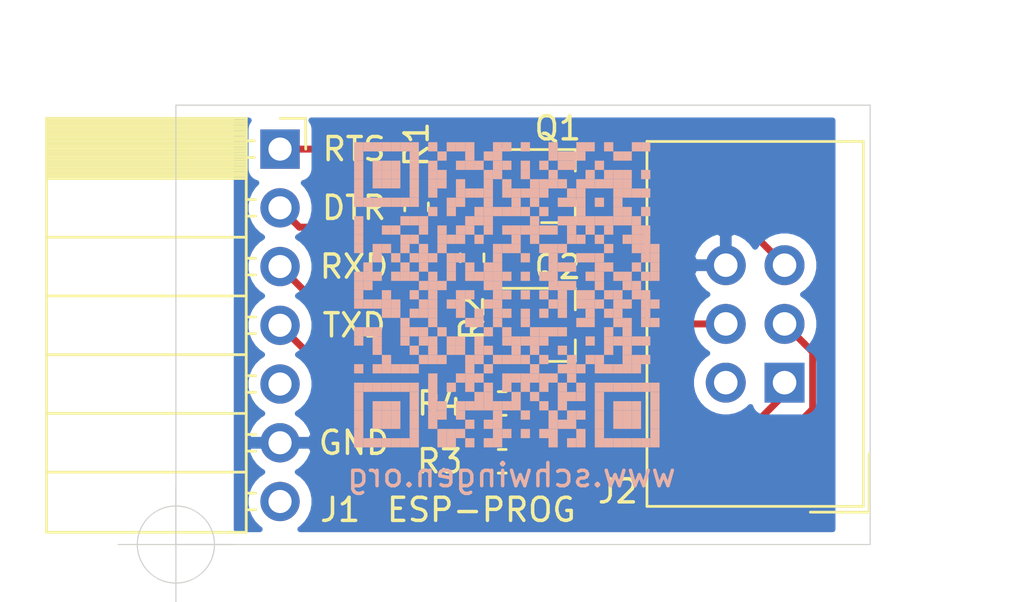
<source format=kicad_pcb>
(kicad_pcb (version 20171130) (host pcbnew 5.1.5+dfsg1-2~bpo10+1)

  (general
    (thickness 1.6)
    (drawings 13)
    (tracks 38)
    (zones 0)
    (modules 9)
    (nets 15)
  )

  (page A4)
  (layers
    (0 F.Cu signal)
    (31 B.Cu signal)
    (32 B.Adhes user)
    (33 F.Adhes user)
    (34 B.Paste user)
    (35 F.Paste user)
    (36 B.SilkS user)
    (37 F.SilkS user)
    (38 B.Mask user)
    (39 F.Mask user)
    (40 Dwgs.User user)
    (41 Cmts.User user)
    (42 Eco1.User user)
    (43 Eco2.User user)
    (44 Edge.Cuts user)
    (45 Margin user)
    (46 B.CrtYd user)
    (47 F.CrtYd user)
    (48 B.Fab user)
    (49 F.Fab user)
  )

  (setup
    (last_trace_width 0.25)
    (user_trace_width 0.3)
    (trace_clearance 0.2)
    (zone_clearance 0.508)
    (zone_45_only no)
    (trace_min 0.2)
    (via_size 0.8)
    (via_drill 0.4)
    (via_min_size 0.4)
    (via_min_drill 0.3)
    (user_via 0.8 0.3)
    (uvia_size 0.3)
    (uvia_drill 0.1)
    (uvias_allowed no)
    (uvia_min_size 0.2)
    (uvia_min_drill 0.1)
    (edge_width 0.05)
    (segment_width 0.2)
    (pcb_text_width 0.3)
    (pcb_text_size 1.5 1.5)
    (mod_edge_width 0.12)
    (mod_text_size 1 1)
    (mod_text_width 0.15)
    (pad_size 1.524 1.524)
    (pad_drill 0.762)
    (pad_to_mask_clearance 0.051)
    (solder_mask_min_width 0.25)
    (aux_axis_origin 145.5 106)
    (grid_origin 145.5 106)
    (visible_elements FFFFFF7F)
    (pcbplotparams
      (layerselection 0x010fc_ffffffff)
      (usegerberextensions false)
      (usegerberattributes false)
      (usegerberadvancedattributes false)
      (creategerberjobfile false)
      (excludeedgelayer true)
      (linewidth 0.100000)
      (plotframeref false)
      (viasonmask false)
      (mode 1)
      (useauxorigin false)
      (hpglpennumber 1)
      (hpglpenspeed 20)
      (hpglpendiameter 15.000000)
      (psnegative false)
      (psa4output false)
      (plotreference true)
      (plotvalue true)
      (plotinvisibletext false)
      (padsonsilk false)
      (subtractmaskfromsilk false)
      (outputformat 1)
      (mirror false)
      (drillshape 1)
      (scaleselection 1)
      (outputdirectory ""))
  )

  (net 0 "")
  (net 1 "Net-(J1-Pad7)")
  (net 2 GND)
  (net 3 "Net-(J1-Pad5)")
  (net 4 /TXD)
  (net 5 /RXD)
  (net 6 /DTR)
  (net 7 /RTS)
  (net 8 /RST-)
  (net 9 /GPIO0)
  (net 10 /VCC)
  (net 11 "Net-(Q1-Pad1)")
  (net 12 "Net-(Q2-Pad1)")
  (net 13 "Net-(J2-Pad3)")
  (net 14 "Net-(J2-Pad1)")

  (net_class Default "This is the default net class."
    (clearance 0.2)
    (trace_width 0.25)
    (via_dia 0.8)
    (via_drill 0.4)
    (uvia_dia 0.3)
    (uvia_drill 0.1)
    (add_net /DTR)
    (add_net /GPIO0)
    (add_net /RST-)
    (add_net /RTS)
    (add_net /RXD)
    (add_net /TXD)
    (add_net /VCC)
    (add_net GND)
    (add_net "Net-(J1-Pad5)")
    (add_net "Net-(J1-Pad7)")
    (add_net "Net-(J2-Pad1)")
    (add_net "Net-(J2-Pad3)")
    (add_net "Net-(Q1-Pad1)")
    (add_net "Net-(Q2-Pad1)")
  )

  (module MS_Mechanical:QR_schwingen_Silk (layer B.Cu) (tedit 5E824AA0) (tstamp 5E82CBA0)
    (at 160 95)
    (fp_text reference QR***** (at 0 -8) (layer B.SilkS) hide
      (effects (font (size 1 1) (thickness 0.15)) (justify mirror))
    )
    (fp_text value www.schwingen.org (at 0 8) (layer B.SilkS)
      (effects (font (size 1 1) (thickness 0.15)) (justify mirror))
    )
    (fp_line (start -6.7 -6.7) (end -6.7 6.7) (layer B.CrtYd) (width 0.05))
    (fp_line (start 6.7 -6.7) (end -6.7 -6.7) (layer B.CrtYd) (width 0.05))
    (fp_line (start 6.7 6.7) (end 6.7 -6.7) (layer B.CrtYd) (width 0.05))
    (fp_line (start -6.7 6.7) (end 6.7 6.7) (layer B.CrtYd) (width 0.05))
    (fp_poly (pts (xy 6 -6.4) (xy 6 -6) (xy 5.6 -6) (xy 5.6 -6.4)) (layer B.SilkS) (width 0))
    (fp_poly (pts (xy 5.6 -6.4) (xy 5.6 -6) (xy 5.2 -6) (xy 5.2 -6.4)) (layer B.SilkS) (width 0))
    (fp_poly (pts (xy 4.4 -6.4) (xy 4.4 -6) (xy 4 -6) (xy 4 -6.4)) (layer B.SilkS) (width 0))
    (fp_poly (pts (xy 3.6 -6.4) (xy 3.6 -6) (xy 3.2 -6) (xy 3.2 -6.4)) (layer B.SilkS) (width 0))
    (fp_poly (pts (xy 3.2 -6.4) (xy 3.2 -6) (xy 2.8 -6) (xy 2.8 -6.4)) (layer B.SilkS) (width 0))
    (fp_poly (pts (xy 2 -6.4) (xy 2 -6) (xy 1.6 -6) (xy 1.6 -6.4)) (layer B.SilkS) (width 0))
    (fp_poly (pts (xy 0.8 -6.4) (xy 0.8 -6) (xy 0.4 -6) (xy 0.4 -6.4)) (layer B.SilkS) (width 0))
    (fp_poly (pts (xy 0 -6.4) (xy 0 -6) (xy -0.4 -6) (xy -0.4 -6.4)) (layer B.SilkS) (width 0))
    (fp_poly (pts (xy -0.4 -6.4) (xy -0.4 -6) (xy -0.8 -6) (xy -0.8 -6.4)) (layer B.SilkS) (width 0))
    (fp_poly (pts (xy -1.6 -6.4) (xy -1.6 -6) (xy -2 -6) (xy -2 -6.4)) (layer B.SilkS) (width 0))
    (fp_poly (pts (xy -2 -6.4) (xy -2 -6) (xy -2.4 -6) (xy -2.4 -6.4)) (layer B.SilkS) (width 0))
    (fp_poly (pts (xy -2.4 -6.4) (xy -2.4 -6) (xy -2.8 -6) (xy -2.8 -6.4)) (layer B.SilkS) (width 0))
    (fp_poly (pts (xy -3.2 -6.4) (xy -3.2 -6) (xy -3.6 -6) (xy -3.6 -6.4)) (layer B.SilkS) (width 0))
    (fp_poly (pts (xy -4 -6.4) (xy -4 -6) (xy -4.4 -6) (xy -4.4 -6.4)) (layer B.SilkS) (width 0))
    (fp_poly (pts (xy -4.4 -6.4) (xy -4.4 -6) (xy -4.8 -6) (xy -4.8 -6.4)) (layer B.SilkS) (width 0))
    (fp_poly (pts (xy -4.8 -6.4) (xy -4.8 -6) (xy -5.2 -6) (xy -5.2 -6.4)) (layer B.SilkS) (width 0))
    (fp_poly (pts (xy -5.2 -6.4) (xy -5.2 -6) (xy -5.6 -6) (xy -5.6 -6.4)) (layer B.SilkS) (width 0))
    (fp_poly (pts (xy -5.6 -6.4) (xy -5.6 -6) (xy -6 -6) (xy -6 -6.4)) (layer B.SilkS) (width 0))
    (fp_poly (pts (xy -6 -6.4) (xy -6 -6) (xy -6.4 -6) (xy -6.4 -6.4)) (layer B.SilkS) (width 0))
    (fp_poly (pts (xy -6.4 -6.4) (xy -6.4 -6) (xy -6.8 -6) (xy -6.8 -6.4)) (layer B.SilkS) (width 0))
    (fp_poly (pts (xy 5.2 -6) (xy 5.2 -5.6) (xy 4.8 -5.6) (xy 4.8 -6)) (layer B.SilkS) (width 0))
    (fp_poly (pts (xy 4.8 -6) (xy 4.8 -5.6) (xy 4.4 -5.6) (xy 4.4 -6)) (layer B.SilkS) (width 0))
    (fp_poly (pts (xy 3.2 -6) (xy 3.2 -5.6) (xy 2.8 -5.6) (xy 2.8 -6)) (layer B.SilkS) (width 0))
    (fp_poly (pts (xy 2.8 -6) (xy 2.8 -5.6) (xy 2.4 -5.6) (xy 2.4 -6)) (layer B.SilkS) (width 0))
    (fp_poly (pts (xy 2.4 -6) (xy 2.4 -5.6) (xy 2 -5.6) (xy 2 -6)) (layer B.SilkS) (width 0))
    (fp_poly (pts (xy 2 -6) (xy 2 -5.6) (xy 1.6 -5.6) (xy 1.6 -6)) (layer B.SilkS) (width 0))
    (fp_poly (pts (xy -0.4 -6) (xy -0.4 -5.6) (xy -0.8 -5.6) (xy -0.8 -6)) (layer B.SilkS) (width 0))
    (fp_poly (pts (xy -0.8 -6) (xy -0.8 -5.6) (xy -1.2 -5.6) (xy -1.2 -6)) (layer B.SilkS) (width 0))
    (fp_poly (pts (xy -1.6 -6) (xy -1.6 -5.6) (xy -2 -5.6) (xy -2 -6)) (layer B.SilkS) (width 0))
    (fp_poly (pts (xy -2.8 -6) (xy -2.8 -5.6) (xy -3.2 -5.6) (xy -3.2 -6)) (layer B.SilkS) (width 0))
    (fp_poly (pts (xy -4 -6) (xy -4 -5.6) (xy -4.4 -5.6) (xy -4.4 -6)) (layer B.SilkS) (width 0))
    (fp_poly (pts (xy -6.4 -6) (xy -6.4 -5.6) (xy -6.8 -5.6) (xy -6.8 -6)) (layer B.SilkS) (width 0))
    (fp_poly (pts (xy 4 -5.6) (xy 4 -5.2) (xy 3.6 -5.2) (xy 3.6 -5.6)) (layer B.SilkS) (width 0))
    (fp_poly (pts (xy 2.8 -5.6) (xy 2.8 -5.2) (xy 2.4 -5.2) (xy 2.4 -5.6)) (layer B.SilkS) (width 0))
    (fp_poly (pts (xy 2.4 -5.6) (xy 2.4 -5.2) (xy 2 -5.2) (xy 2 -5.6)) (layer B.SilkS) (width 0))
    (fp_poly (pts (xy 1.6 -5.6) (xy 1.6 -5.2) (xy 1.2 -5.2) (xy 1.2 -5.6)) (layer B.SilkS) (width 0))
    (fp_poly (pts (xy 0.8 -5.6) (xy 0.8 -5.2) (xy 0.4 -5.2) (xy 0.4 -5.6)) (layer B.SilkS) (width 0))
    (fp_poly (pts (xy 0 -5.6) (xy 0 -5.2) (xy -0.4 -5.2) (xy -0.4 -5.6)) (layer B.SilkS) (width 0))
    (fp_poly (pts (xy -0.4 -5.6) (xy -0.4 -5.2) (xy -0.8 -5.2) (xy -0.8 -5.6)) (layer B.SilkS) (width 0))
    (fp_poly (pts (xy -1.2 -5.6) (xy -1.2 -5.2) (xy -1.6 -5.2) (xy -1.6 -5.6)) (layer B.SilkS) (width 0))
    (fp_poly (pts (xy -1.6 -5.6) (xy -1.6 -5.2) (xy -2 -5.2) (xy -2 -5.6)) (layer B.SilkS) (width 0))
    (fp_poly (pts (xy -2 -5.6) (xy -2 -5.2) (xy -2.4 -5.2) (xy -2.4 -5.6)) (layer B.SilkS) (width 0))
    (fp_poly (pts (xy -3.2 -5.6) (xy -3.2 -5.2) (xy -3.6 -5.2) (xy -3.6 -5.6)) (layer B.SilkS) (width 0))
    (fp_poly (pts (xy -4 -5.6) (xy -4 -5.2) (xy -4.4 -5.2) (xy -4.4 -5.6)) (layer B.SilkS) (width 0))
    (fp_poly (pts (xy -4.8 -5.6) (xy -4.8 -5.2) (xy -5.2 -5.2) (xy -5.2 -5.6)) (layer B.SilkS) (width 0))
    (fp_poly (pts (xy -5.2 -5.6) (xy -5.2 -5.2) (xy -5.6 -5.2) (xy -5.6 -5.6)) (layer B.SilkS) (width 0))
    (fp_poly (pts (xy -5.6 -5.6) (xy -5.6 -5.2) (xy -6 -5.2) (xy -6 -5.6)) (layer B.SilkS) (width 0))
    (fp_poly (pts (xy -6.4 -5.6) (xy -6.4 -5.2) (xy -6.8 -5.2) (xy -6.8 -5.6)) (layer B.SilkS) (width 0))
    (fp_poly (pts (xy 6 -5.2) (xy 6 -4.8) (xy 5.6 -4.8) (xy 5.6 -5.2)) (layer B.SilkS) (width 0))
    (fp_poly (pts (xy 5.2 -5.2) (xy 5.2 -4.8) (xy 4.8 -4.8) (xy 4.8 -5.2)) (layer B.SilkS) (width 0))
    (fp_poly (pts (xy 4.8 -5.2) (xy 4.8 -4.8) (xy 4.4 -4.8) (xy 4.4 -5.2)) (layer B.SilkS) (width 0))
    (fp_poly (pts (xy 4.4 -5.2) (xy 4.4 -4.8) (xy 4 -4.8) (xy 4 -5.2)) (layer B.SilkS) (width 0))
    (fp_poly (pts (xy 3.6 -5.2) (xy 3.6 -4.8) (xy 3.2 -4.8) (xy 3.2 -5.2)) (layer B.SilkS) (width 0))
    (fp_poly (pts (xy 2 -5.2) (xy 2 -4.8) (xy 1.6 -4.8) (xy 1.6 -5.2)) (layer B.SilkS) (width 0))
    (fp_poly (pts (xy 0.8 -5.2) (xy 0.8 -4.8) (xy 0.4 -4.8) (xy 0.4 -5.2)) (layer B.SilkS) (width 0))
    (fp_poly (pts (xy -0.4 -5.2) (xy -0.4 -4.8) (xy -0.8 -4.8) (xy -0.8 -5.2)) (layer B.SilkS) (width 0))
    (fp_poly (pts (xy -0.8 -5.2) (xy -0.8 -4.8) (xy -1.2 -4.8) (xy -1.2 -5.2)) (layer B.SilkS) (width 0))
    (fp_poly (pts (xy -2.8 -5.2) (xy -2.8 -4.8) (xy -3.2 -4.8) (xy -3.2 -5.2)) (layer B.SilkS) (width 0))
    (fp_poly (pts (xy -3.2 -5.2) (xy -3.2 -4.8) (xy -3.6 -4.8) (xy -3.6 -5.2)) (layer B.SilkS) (width 0))
    (fp_poly (pts (xy -4 -5.2) (xy -4 -4.8) (xy -4.4 -4.8) (xy -4.4 -5.2)) (layer B.SilkS) (width 0))
    (fp_poly (pts (xy -4.8 -5.2) (xy -4.8 -4.8) (xy -5.2 -4.8) (xy -5.2 -5.2)) (layer B.SilkS) (width 0))
    (fp_poly (pts (xy -5.2 -5.2) (xy -5.2 -4.8) (xy -5.6 -4.8) (xy -5.6 -5.2)) (layer B.SilkS) (width 0))
    (fp_poly (pts (xy -5.6 -5.2) (xy -5.6 -4.8) (xy -6 -4.8) (xy -6 -5.2)) (layer B.SilkS) (width 0))
    (fp_poly (pts (xy -6.4 -5.2) (xy -6.4 -4.8) (xy -6.8 -4.8) (xy -6.8 -5.2)) (layer B.SilkS) (width 0))
    (fp_poly (pts (xy 5.2 -4.8) (xy 5.2 -4.4) (xy 4.8 -4.4) (xy 4.8 -4.8)) (layer B.SilkS) (width 0))
    (fp_poly (pts (xy 4.8 -4.8) (xy 4.8 -4.4) (xy 4.4 -4.4) (xy 4.4 -4.8)) (layer B.SilkS) (width 0))
    (fp_poly (pts (xy 4.4 -4.8) (xy 4.4 -4.4) (xy 4 -4.4) (xy 4 -4.8)) (layer B.SilkS) (width 0))
    (fp_poly (pts (xy 4 -4.8) (xy 4 -4.4) (xy 3.6 -4.4) (xy 3.6 -4.8)) (layer B.SilkS) (width 0))
    (fp_poly (pts (xy 3.6 -4.8) (xy 3.6 -4.4) (xy 3.2 -4.4) (xy 3.2 -4.8)) (layer B.SilkS) (width 0))
    (fp_poly (pts (xy 3.2 -4.8) (xy 3.2 -4.4) (xy 2.8 -4.4) (xy 2.8 -4.8)) (layer B.SilkS) (width 0))
    (fp_poly (pts (xy 2.4 -4.8) (xy 2.4 -4.4) (xy 2 -4.4) (xy 2 -4.8)) (layer B.SilkS) (width 0))
    (fp_poly (pts (xy 2 -4.8) (xy 2 -4.4) (xy 1.6 -4.4) (xy 1.6 -4.8)) (layer B.SilkS) (width 0))
    (fp_poly (pts (xy 1.6 -4.8) (xy 1.6 -4.4) (xy 1.2 -4.4) (xy 1.2 -4.8)) (layer B.SilkS) (width 0))
    (fp_poly (pts (xy 1.2 -4.8) (xy 1.2 -4.4) (xy 0.8 -4.4) (xy 0.8 -4.8)) (layer B.SilkS) (width 0))
    (fp_poly (pts (xy 0 -4.8) (xy 0 -4.4) (xy -0.4 -4.4) (xy -0.4 -4.8)) (layer B.SilkS) (width 0))
    (fp_poly (pts (xy -0.8 -4.8) (xy -0.8 -4.4) (xy -1.2 -4.4) (xy -1.2 -4.8)) (layer B.SilkS) (width 0))
    (fp_poly (pts (xy -2 -4.8) (xy -2 -4.4) (xy -2.4 -4.4) (xy -2.4 -4.8)) (layer B.SilkS) (width 0))
    (fp_poly (pts (xy -2.8 -4.8) (xy -2.8 -4.4) (xy -3.2 -4.4) (xy -3.2 -4.8)) (layer B.SilkS) (width 0))
    (fp_poly (pts (xy -3.2 -4.8) (xy -3.2 -4.4) (xy -3.6 -4.4) (xy -3.6 -4.8)) (layer B.SilkS) (width 0))
    (fp_poly (pts (xy -4 -4.8) (xy -4 -4.4) (xy -4.4 -4.4) (xy -4.4 -4.8)) (layer B.SilkS) (width 0))
    (fp_poly (pts (xy -4.8 -4.8) (xy -4.8 -4.4) (xy -5.2 -4.4) (xy -5.2 -4.8)) (layer B.SilkS) (width 0))
    (fp_poly (pts (xy -5.2 -4.8) (xy -5.2 -4.4) (xy -5.6 -4.4) (xy -5.6 -4.8)) (layer B.SilkS) (width 0))
    (fp_poly (pts (xy -5.6 -4.8) (xy -5.6 -4.4) (xy -6 -4.4) (xy -6 -4.8)) (layer B.SilkS) (width 0))
    (fp_poly (pts (xy -6.4 -4.8) (xy -6.4 -4.4) (xy -6.8 -4.4) (xy -6.8 -4.8)) (layer B.SilkS) (width 0))
    (fp_poly (pts (xy 6 -4.4) (xy 6 -4) (xy 5.6 -4) (xy 5.6 -4.4)) (layer B.SilkS) (width 0))
    (fp_poly (pts (xy 5.6 -4.4) (xy 5.6 -4) (xy 5.2 -4) (xy 5.2 -4.4)) (layer B.SilkS) (width 0))
    (fp_poly (pts (xy 5.2 -4.4) (xy 5.2 -4) (xy 4.8 -4) (xy 4.8 -4.4)) (layer B.SilkS) (width 0))
    (fp_poly (pts (xy 4.8 -4.4) (xy 4.8 -4) (xy 4.4 -4) (xy 4.4 -4.4)) (layer B.SilkS) (width 0))
    (fp_poly (pts (xy 3.2 -4.4) (xy 3.2 -4) (xy 2.8 -4) (xy 2.8 -4.4)) (layer B.SilkS) (width 0))
    (fp_poly (pts (xy 2.8 -4.4) (xy 2.8 -4) (xy 2.4 -4) (xy 2.4 -4.4)) (layer B.SilkS) (width 0))
    (fp_poly (pts (xy 1.6 -4.4) (xy 1.6 -4) (xy 1.2 -4) (xy 1.2 -4.4)) (layer B.SilkS) (width 0))
    (fp_poly (pts (xy 1.2 -4.4) (xy 1.2 -4) (xy 0.8 -4) (xy 0.8 -4.4)) (layer B.SilkS) (width 0))
    (fp_poly (pts (xy 0.8 -4.4) (xy 0.8 -4) (xy 0.4 -4) (xy 0.4 -4.4)) (layer B.SilkS) (width 0))
    (fp_poly (pts (xy 0.4 -4.4) (xy 0.4 -4) (xy 0 -4) (xy 0 -4.4)) (layer B.SilkS) (width 0))
    (fp_poly (pts (xy 0 -4.4) (xy 0 -4) (xy -0.4 -4) (xy -0.4 -4.4)) (layer B.SilkS) (width 0))
    (fp_poly (pts (xy -0.8 -4.4) (xy -0.8 -4) (xy -1.2 -4) (xy -1.2 -4.4)) (layer B.SilkS) (width 0))
    (fp_poly (pts (xy -1.2 -4.4) (xy -1.2 -4) (xy -1.6 -4) (xy -1.6 -4.4)) (layer B.SilkS) (width 0))
    (fp_poly (pts (xy -1.6 -4.4) (xy -1.6 -4) (xy -2 -4) (xy -2 -4.4)) (layer B.SilkS) (width 0))
    (fp_poly (pts (xy -2 -4.4) (xy -2 -4) (xy -2.4 -4) (xy -2.4 -4.4)) (layer B.SilkS) (width 0))
    (fp_poly (pts (xy -3.2 -4.4) (xy -3.2 -4) (xy -3.6 -4) (xy -3.6 -4.4)) (layer B.SilkS) (width 0))
    (fp_poly (pts (xy -4 -4.4) (xy -4 -4) (xy -4.4 -4) (xy -4.4 -4.4)) (layer B.SilkS) (width 0))
    (fp_poly (pts (xy -6.4 -4.4) (xy -6.4 -4) (xy -6.8 -4) (xy -6.8 -4.4)) (layer B.SilkS) (width 0))
    (fp_poly (pts (xy 4.8 -4) (xy 4.8 -3.6) (xy 4.4 -3.6) (xy 4.4 -4)) (layer B.SilkS) (width 0))
    (fp_poly (pts (xy 4 -4) (xy 4 -3.6) (xy 3.6 -3.6) (xy 3.6 -4)) (layer B.SilkS) (width 0))
    (fp_poly (pts (xy 3.2 -4) (xy 3.2 -3.6) (xy 2.8 -3.6) (xy 2.8 -4)) (layer B.SilkS) (width 0))
    (fp_poly (pts (xy 2.8 -4) (xy 2.8 -3.6) (xy 2.4 -3.6) (xy 2.4 -4)) (layer B.SilkS) (width 0))
    (fp_poly (pts (xy 2.4 -4) (xy 2.4 -3.6) (xy 2 -3.6) (xy 2 -4)) (layer B.SilkS) (width 0))
    (fp_poly (pts (xy 1.2 -4) (xy 1.2 -3.6) (xy 0.8 -3.6) (xy 0.8 -4)) (layer B.SilkS) (width 0))
    (fp_poly (pts (xy 0.4 -4) (xy 0.4 -3.6) (xy 0 -3.6) (xy 0 -4)) (layer B.SilkS) (width 0))
    (fp_poly (pts (xy -0.8 -4) (xy -0.8 -3.6) (xy -1.2 -3.6) (xy -1.2 -4)) (layer B.SilkS) (width 0))
    (fp_poly (pts (xy -2 -4) (xy -2 -3.6) (xy -2.4 -3.6) (xy -2.4 -4)) (layer B.SilkS) (width 0))
    (fp_poly (pts (xy -2.4 -4) (xy -2.4 -3.6) (xy -2.8 -3.6) (xy -2.8 -4)) (layer B.SilkS) (width 0))
    (fp_poly (pts (xy -4 -4) (xy -4 -3.6) (xy -4.4 -3.6) (xy -4.4 -4)) (layer B.SilkS) (width 0))
    (fp_poly (pts (xy -4.4 -4) (xy -4.4 -3.6) (xy -4.8 -3.6) (xy -4.8 -4)) (layer B.SilkS) (width 0))
    (fp_poly (pts (xy -4.8 -4) (xy -4.8 -3.6) (xy -5.2 -3.6) (xy -5.2 -4)) (layer B.SilkS) (width 0))
    (fp_poly (pts (xy -5.2 -4) (xy -5.2 -3.6) (xy -5.6 -3.6) (xy -5.6 -4)) (layer B.SilkS) (width 0))
    (fp_poly (pts (xy -5.6 -4) (xy -5.6 -3.6) (xy -6 -3.6) (xy -6 -4)) (layer B.SilkS) (width 0))
    (fp_poly (pts (xy -6 -4) (xy -6 -3.6) (xy -6.4 -3.6) (xy -6.4 -4)) (layer B.SilkS) (width 0))
    (fp_poly (pts (xy -6.4 -4) (xy -6.4 -3.6) (xy -6.8 -3.6) (xy -6.8 -4)) (layer B.SilkS) (width 0))
    (fp_poly (pts (xy 6 -3.6) (xy 6 -3.2) (xy 5.6 -3.2) (xy 5.6 -3.6)) (layer B.SilkS) (width 0))
    (fp_poly (pts (xy 5.2 -3.6) (xy 5.2 -3.2) (xy 4.8 -3.2) (xy 4.8 -3.6)) (layer B.SilkS) (width 0))
    (fp_poly (pts (xy 4.8 -3.6) (xy 4.8 -3.2) (xy 4.4 -3.2) (xy 4.4 -3.6)) (layer B.SilkS) (width 0))
    (fp_poly (pts (xy 3.2 -3.6) (xy 3.2 -3.2) (xy 2.8 -3.2) (xy 2.8 -3.6)) (layer B.SilkS) (width 0))
    (fp_poly (pts (xy 1.6 -3.6) (xy 1.6 -3.2) (xy 1.2 -3.2) (xy 1.2 -3.6)) (layer B.SilkS) (width 0))
    (fp_poly (pts (xy 0.8 -3.6) (xy 0.8 -3.2) (xy 0.4 -3.2) (xy 0.4 -3.6)) (layer B.SilkS) (width 0))
    (fp_poly (pts (xy 0.4 -3.6) (xy 0.4 -3.2) (xy 0 -3.2) (xy 0 -3.6)) (layer B.SilkS) (width 0))
    (fp_poly (pts (xy 0 -3.6) (xy 0 -3.2) (xy -0.4 -3.2) (xy -0.4 -3.6)) (layer B.SilkS) (width 0))
    (fp_poly (pts (xy -0.4 -3.6) (xy -0.4 -3.2) (xy -0.8 -3.2) (xy -0.8 -3.6)) (layer B.SilkS) (width 0))
    (fp_poly (pts (xy -0.8 -3.6) (xy -0.8 -3.2) (xy -1.2 -3.2) (xy -1.2 -3.6)) (layer B.SilkS) (width 0))
    (fp_poly (pts (xy -1.2 -3.6) (xy -1.2 -3.2) (xy -1.6 -3.2) (xy -1.6 -3.6)) (layer B.SilkS) (width 0))
    (fp_poly (pts (xy -2.4 -3.6) (xy -2.4 -3.2) (xy -2.8 -3.2) (xy -2.8 -3.6)) (layer B.SilkS) (width 0))
    (fp_poly (pts (xy -3.2 -3.6) (xy -3.2 -3.2) (xy -3.6 -3.2) (xy -3.6 -3.6)) (layer B.SilkS) (width 0))
    (fp_poly (pts (xy 5.6 -3.2) (xy 5.6 -2.8) (xy 5.2 -2.8) (xy 5.2 -3.2)) (layer B.SilkS) (width 0))
    (fp_poly (pts (xy 5.2 -3.2) (xy 5.2 -2.8) (xy 4.8 -2.8) (xy 4.8 -3.2)) (layer B.SilkS) (width 0))
    (fp_poly (pts (xy 4.8 -3.2) (xy 4.8 -2.8) (xy 4.4 -2.8) (xy 4.4 -3.2)) (layer B.SilkS) (width 0))
    (fp_poly (pts (xy 4.4 -3.2) (xy 4.4 -2.8) (xy 4 -2.8) (xy 4 -3.2)) (layer B.SilkS) (width 0))
    (fp_poly (pts (xy 4 -3.2) (xy 4 -2.8) (xy 3.6 -2.8) (xy 3.6 -3.2)) (layer B.SilkS) (width 0))
    (fp_poly (pts (xy 3.6 -3.2) (xy 3.6 -2.8) (xy 3.2 -2.8) (xy 3.2 -3.2)) (layer B.SilkS) (width 0))
    (fp_poly (pts (xy 3.2 -3.2) (xy 3.2 -2.8) (xy 2.8 -2.8) (xy 2.8 -3.2)) (layer B.SilkS) (width 0))
    (fp_poly (pts (xy 2.8 -3.2) (xy 2.8 -2.8) (xy 2.4 -2.8) (xy 2.4 -3.2)) (layer B.SilkS) (width 0))
    (fp_poly (pts (xy 2.4 -3.2) (xy 2.4 -2.8) (xy 2 -2.8) (xy 2 -3.2)) (layer B.SilkS) (width 0))
    (fp_poly (pts (xy 1.2 -3.2) (xy 1.2 -2.8) (xy 0.8 -2.8) (xy 0.8 -3.2)) (layer B.SilkS) (width 0))
    (fp_poly (pts (xy -0.8 -3.2) (xy -0.8 -2.8) (xy -1.2 -2.8) (xy -1.2 -3.2)) (layer B.SilkS) (width 0))
    (fp_poly (pts (xy -1.2 -3.2) (xy -1.2 -2.8) (xy -1.6 -2.8) (xy -1.6 -3.2)) (layer B.SilkS) (width 0))
    (fp_poly (pts (xy -1.6 -3.2) (xy -1.6 -2.8) (xy -2 -2.8) (xy -2 -3.2)) (layer B.SilkS) (width 0))
    (fp_poly (pts (xy -3.6 -3.2) (xy -3.6 -2.8) (xy -4 -2.8) (xy -4 -3.2)) (layer B.SilkS) (width 0))
    (fp_poly (pts (xy -4 -3.2) (xy -4 -2.8) (xy -4.4 -2.8) (xy -4.4 -3.2)) (layer B.SilkS) (width 0))
    (fp_poly (pts (xy -4.4 -3.2) (xy -4.4 -2.8) (xy -4.8 -2.8) (xy -4.8 -3.2)) (layer B.SilkS) (width 0))
    (fp_poly (pts (xy -6.4 -3.2) (xy -6.4 -2.8) (xy -6.8 -2.8) (xy -6.8 -3.2)) (layer B.SilkS) (width 0))
    (fp_poly (pts (xy 6 -2.8) (xy 6 -2.4) (xy 5.6 -2.4) (xy 5.6 -2.8)) (layer B.SilkS) (width 0))
    (fp_poly (pts (xy 5.6 -2.8) (xy 5.6 -2.4) (xy 5.2 -2.4) (xy 5.2 -2.8)) (layer B.SilkS) (width 0))
    (fp_poly (pts (xy 4.4 -2.8) (xy 4.4 -2.4) (xy 4 -2.4) (xy 4 -2.8)) (layer B.SilkS) (width 0))
    (fp_poly (pts (xy 3.6 -2.8) (xy 3.6 -2.4) (xy 3.2 -2.4) (xy 3.2 -2.8)) (layer B.SilkS) (width 0))
    (fp_poly (pts (xy 2.8 -2.8) (xy 2.8 -2.4) (xy 2.4 -2.4) (xy 2.4 -2.8)) (layer B.SilkS) (width 0))
    (fp_poly (pts (xy 2 -2.8) (xy 2 -2.4) (xy 1.6 -2.4) (xy 1.6 -2.8)) (layer B.SilkS) (width 0))
    (fp_poly (pts (xy 1.6 -2.8) (xy 1.6 -2.4) (xy 1.2 -2.4) (xy 1.2 -2.8)) (layer B.SilkS) (width 0))
    (fp_poly (pts (xy 1.2 -2.8) (xy 1.2 -2.4) (xy 0.8 -2.4) (xy 0.8 -2.8)) (layer B.SilkS) (width 0))
    (fp_poly (pts (xy 0.8 -2.8) (xy 0.8 -2.4) (xy 0.4 -2.4) (xy 0.4 -2.8)) (layer B.SilkS) (width 0))
    (fp_poly (pts (xy 0.4 -2.8) (xy 0.4 -2.4) (xy 0 -2.4) (xy 0 -2.8)) (layer B.SilkS) (width 0))
    (fp_poly (pts (xy 0 -2.8) (xy 0 -2.4) (xy -0.4 -2.4) (xy -0.4 -2.8)) (layer B.SilkS) (width 0))
    (fp_poly (pts (xy -0.8 -2.8) (xy -0.8 -2.4) (xy -1.2 -2.4) (xy -1.2 -2.8)) (layer B.SilkS) (width 0))
    (fp_poly (pts (xy -1.6 -2.8) (xy -1.6 -2.4) (xy -2 -2.4) (xy -2 -2.8)) (layer B.SilkS) (width 0))
    (fp_poly (pts (xy -2 -2.8) (xy -2 -2.4) (xy -2.4 -2.4) (xy -2.4 -2.8)) (layer B.SilkS) (width 0))
    (fp_poly (pts (xy -2.8 -2.8) (xy -2.8 -2.4) (xy -3.2 -2.4) (xy -3.2 -2.8)) (layer B.SilkS) (width 0))
    (fp_poly (pts (xy -3.6 -2.8) (xy -3.6 -2.4) (xy -4 -2.4) (xy -4 -2.8)) (layer B.SilkS) (width 0))
    (fp_poly (pts (xy -4.8 -2.8) (xy -4.8 -2.4) (xy -5.2 -2.4) (xy -5.2 -2.8)) (layer B.SilkS) (width 0))
    (fp_poly (pts (xy -5.2 -2.8) (xy -5.2 -2.4) (xy -5.6 -2.4) (xy -5.6 -2.8)) (layer B.SilkS) (width 0))
    (fp_poly (pts (xy -6.4 -2.8) (xy -6.4 -2.4) (xy -6.8 -2.4) (xy -6.8 -2.8)) (layer B.SilkS) (width 0))
    (fp_poly (pts (xy 6 -2.4) (xy 6 -2) (xy 5.6 -2) (xy 5.6 -2.4)) (layer B.SilkS) (width 0))
    (fp_poly (pts (xy 5.6 -2.4) (xy 5.6 -2) (xy 5.2 -2) (xy 5.2 -2.4)) (layer B.SilkS) (width 0))
    (fp_poly (pts (xy 5.2 -2.4) (xy 5.2 -2) (xy 4.8 -2) (xy 4.8 -2.4)) (layer B.SilkS) (width 0))
    (fp_poly (pts (xy 4 -2.4) (xy 4 -2) (xy 3.6 -2) (xy 3.6 -2.4)) (layer B.SilkS) (width 0))
    (fp_poly (pts (xy 3.2 -2.4) (xy 3.2 -2) (xy 2.8 -2) (xy 2.8 -2.4)) (layer B.SilkS) (width 0))
    (fp_poly (pts (xy 2.8 -2.4) (xy 2.8 -2) (xy 2.4 -2) (xy 2.4 -2.4)) (layer B.SilkS) (width 0))
    (fp_poly (pts (xy 1.2 -2.4) (xy 1.2 -2) (xy 0.8 -2) (xy 0.8 -2.4)) (layer B.SilkS) (width 0))
    (fp_poly (pts (xy 0.4 -2.4) (xy 0.4 -2) (xy 0 -2) (xy 0 -2.4)) (layer B.SilkS) (width 0))
    (fp_poly (pts (xy -1.2 -2.4) (xy -1.2 -2) (xy -1.6 -2) (xy -1.6 -2.4)) (layer B.SilkS) (width 0))
    (fp_poly (pts (xy -2 -2.4) (xy -2 -2) (xy -2.4 -2) (xy -2.4 -2.4)) (layer B.SilkS) (width 0))
    (fp_poly (pts (xy -2.4 -2.4) (xy -2.4 -2) (xy -2.8 -2) (xy -2.8 -2.4)) (layer B.SilkS) (width 0))
    (fp_poly (pts (xy -2.8 -2.4) (xy -2.8 -2) (xy -3.2 -2) (xy -3.2 -2.4)) (layer B.SilkS) (width 0))
    (fp_poly (pts (xy -4 -2.4) (xy -4 -2) (xy -4.4 -2) (xy -4.4 -2.4)) (layer B.SilkS) (width 0))
    (fp_poly (pts (xy -4.4 -2.4) (xy -4.4 -2) (xy -4.8 -2) (xy -4.8 -2.4)) (layer B.SilkS) (width 0))
    (fp_poly (pts (xy -6.4 -2.4) (xy -6.4 -2) (xy -6.8 -2) (xy -6.8 -2.4)) (layer B.SilkS) (width 0))
    (fp_poly (pts (xy 6.4 -2) (xy 6.4 -1.6) (xy 6 -1.6) (xy 6 -2)) (layer B.SilkS) (width 0))
    (fp_poly (pts (xy 6 -2) (xy 6 -1.6) (xy 5.6 -1.6) (xy 5.6 -2)) (layer B.SilkS) (width 0))
    (fp_poly (pts (xy 5.6 -2) (xy 5.6 -1.6) (xy 5.2 -1.6) (xy 5.2 -2)) (layer B.SilkS) (width 0))
    (fp_poly (pts (xy 4.4 -2) (xy 4.4 -1.6) (xy 4 -1.6) (xy 4 -2)) (layer B.SilkS) (width 0))
    (fp_poly (pts (xy 2.4 -2) (xy 2.4 -1.6) (xy 2 -1.6) (xy 2 -2)) (layer B.SilkS) (width 0))
    (fp_poly (pts (xy 2 -2) (xy 2 -1.6) (xy 1.6 -1.6) (xy 1.6 -2)) (layer B.SilkS) (width 0))
    (fp_poly (pts (xy 1.6 -2) (xy 1.6 -1.6) (xy 1.2 -1.6) (xy 1.2 -2)) (layer B.SilkS) (width 0))
    (fp_poly (pts (xy 0.4 -2) (xy 0.4 -1.6) (xy 0 -1.6) (xy 0 -2)) (layer B.SilkS) (width 0))
    (fp_poly (pts (xy 0 -2) (xy 0 -1.6) (xy -0.4 -1.6) (xy -0.4 -2)) (layer B.SilkS) (width 0))
    (fp_poly (pts (xy -0.4 -2) (xy -0.4 -1.6) (xy -0.8 -1.6) (xy -0.8 -2)) (layer B.SilkS) (width 0))
    (fp_poly (pts (xy -2.8 -2) (xy -2.8 -1.6) (xy -3.2 -1.6) (xy -3.2 -2)) (layer B.SilkS) (width 0))
    (fp_poly (pts (xy -3.6 -2) (xy -3.6 -1.6) (xy -4 -1.6) (xy -4 -2)) (layer B.SilkS) (width 0))
    (fp_poly (pts (xy -4.4 -2) (xy -4.4 -1.6) (xy -4.8 -1.6) (xy -4.8 -2)) (layer B.SilkS) (width 0))
    (fp_poly (pts (xy -5.2 -2) (xy -5.2 -1.6) (xy -5.6 -1.6) (xy -5.6 -2)) (layer B.SilkS) (width 0))
    (fp_poly (pts (xy -5.6 -2) (xy -5.6 -1.6) (xy -6 -1.6) (xy -6 -2)) (layer B.SilkS) (width 0))
    (fp_poly (pts (xy -6.4 -2) (xy -6.4 -1.6) (xy -6.8 -1.6) (xy -6.8 -2)) (layer B.SilkS) (width 0))
    (fp_poly (pts (xy 6.4 -1.6) (xy 6.4 -1.2) (xy 6 -1.2) (xy 6 -1.6)) (layer B.SilkS) (width 0))
    (fp_poly (pts (xy 6 -1.6) (xy 6 -1.2) (xy 5.6 -1.2) (xy 5.6 -1.6)) (layer B.SilkS) (width 0))
    (fp_poly (pts (xy 4 -1.6) (xy 4 -1.2) (xy 3.6 -1.2) (xy 3.6 -1.6)) (layer B.SilkS) (width 0))
    (fp_poly (pts (xy 3.6 -1.6) (xy 3.6 -1.2) (xy 3.2 -1.2) (xy 3.2 -1.6)) (layer B.SilkS) (width 0))
    (fp_poly (pts (xy 3.2 -1.6) (xy 3.2 -1.2) (xy 2.8 -1.2) (xy 2.8 -1.6)) (layer B.SilkS) (width 0))
    (fp_poly (pts (xy 2 -1.6) (xy 2 -1.2) (xy 1.6 -1.2) (xy 1.6 -1.6)) (layer B.SilkS) (width 0))
    (fp_poly (pts (xy 0.8 -1.6) (xy 0.8 -1.2) (xy 0.4 -1.2) (xy 0.4 -1.6)) (layer B.SilkS) (width 0))
    (fp_poly (pts (xy -0.4 -1.6) (xy -0.4 -1.2) (xy -0.8 -1.2) (xy -0.8 -1.6)) (layer B.SilkS) (width 0))
    (fp_poly (pts (xy -2 -1.6) (xy -2 -1.2) (xy -2.4 -1.2) (xy -2.4 -1.6)) (layer B.SilkS) (width 0))
    (fp_poly (pts (xy -2.4 -1.6) (xy -2.4 -1.2) (xy -2.8 -1.2) (xy -2.8 -1.6)) (layer B.SilkS) (width 0))
    (fp_poly (pts (xy -3.2 -1.6) (xy -3.2 -1.2) (xy -3.6 -1.2) (xy -3.6 -1.6)) (layer B.SilkS) (width 0))
    (fp_poly (pts (xy -3.6 -1.6) (xy -3.6 -1.2) (xy -4 -1.2) (xy -4 -1.6)) (layer B.SilkS) (width 0))
    (fp_poly (pts (xy -4 -1.6) (xy -4 -1.2) (xy -4.4 -1.2) (xy -4.4 -1.6)) (layer B.SilkS) (width 0))
    (fp_poly (pts (xy -4.8 -1.6) (xy -4.8 -1.2) (xy -5.2 -1.2) (xy -5.2 -1.6)) (layer B.SilkS) (width 0))
    (fp_poly (pts (xy -5.6 -1.6) (xy -5.6 -1.2) (xy -6 -1.2) (xy -6 -1.6)) (layer B.SilkS) (width 0))
    (fp_poly (pts (xy 6.4 -1.2) (xy 6.4 -0.8) (xy 6 -0.8) (xy 6 -1.2)) (layer B.SilkS) (width 0))
    (fp_poly (pts (xy 5.6 -1.2) (xy 5.6 -0.8) (xy 5.2 -0.8) (xy 5.2 -1.2)) (layer B.SilkS) (width 0))
    (fp_poly (pts (xy 4.4 -1.2) (xy 4.4 -0.8) (xy 4 -0.8) (xy 4 -1.2)) (layer B.SilkS) (width 0))
    (fp_poly (pts (xy 4 -1.2) (xy 4 -0.8) (xy 3.6 -0.8) (xy 3.6 -1.2)) (layer B.SilkS) (width 0))
    (fp_poly (pts (xy 2.8 -1.2) (xy 2.8 -0.8) (xy 2.4 -0.8) (xy 2.4 -1.2)) (layer B.SilkS) (width 0))
    (fp_poly (pts (xy 2.4 -1.2) (xy 2.4 -0.8) (xy 2 -0.8) (xy 2 -1.2)) (layer B.SilkS) (width 0))
    (fp_poly (pts (xy 2 -1.2) (xy 2 -0.8) (xy 1.6 -0.8) (xy 1.6 -1.2)) (layer B.SilkS) (width 0))
    (fp_poly (pts (xy -0.4 -1.2) (xy -0.4 -0.8) (xy -0.8 -0.8) (xy -0.8 -1.2)) (layer B.SilkS) (width 0))
    (fp_poly (pts (xy -0.8 -1.2) (xy -0.8 -0.8) (xy -1.2 -0.8) (xy -1.2 -1.2)) (layer B.SilkS) (width 0))
    (fp_poly (pts (xy -1.6 -1.2) (xy -1.6 -0.8) (xy -2 -0.8) (xy -2 -1.2)) (layer B.SilkS) (width 0))
    (fp_poly (pts (xy -2.4 -1.2) (xy -2.4 -0.8) (xy -2.8 -0.8) (xy -2.8 -1.2)) (layer B.SilkS) (width 0))
    (fp_poly (pts (xy -3.6 -1.2) (xy -3.6 -0.8) (xy -4 -0.8) (xy -4 -1.2)) (layer B.SilkS) (width 0))
    (fp_poly (pts (xy -4.4 -1.2) (xy -4.4 -0.8) (xy -4.8 -0.8) (xy -4.8 -1.2)) (layer B.SilkS) (width 0))
    (fp_poly (pts (xy -6 -1.2) (xy -6 -0.8) (xy -6.4 -0.8) (xy -6.4 -1.2)) (layer B.SilkS) (width 0))
    (fp_poly (pts (xy 6.4 -0.8) (xy 6.4 -0.4) (xy 6 -0.4) (xy 6 -0.8)) (layer B.SilkS) (width 0))
    (fp_poly (pts (xy 6 -0.8) (xy 6 -0.4) (xy 5.6 -0.4) (xy 5.6 -0.8)) (layer B.SilkS) (width 0))
    (fp_poly (pts (xy 5.2 -0.8) (xy 5.2 -0.4) (xy 4.8 -0.4) (xy 4.8 -0.8)) (layer B.SilkS) (width 0))
    (fp_poly (pts (xy 4.8 -0.8) (xy 4.8 -0.4) (xy 4.4 -0.4) (xy 4.4 -0.8)) (layer B.SilkS) (width 0))
    (fp_poly (pts (xy 4 -0.8) (xy 4 -0.4) (xy 3.6 -0.4) (xy 3.6 -0.8)) (layer B.SilkS) (width 0))
    (fp_poly (pts (xy 3.6 -0.8) (xy 3.6 -0.4) (xy 3.2 -0.4) (xy 3.2 -0.8)) (layer B.SilkS) (width 0))
    (fp_poly (pts (xy 2 -0.8) (xy 2 -0.4) (xy 1.6 -0.4) (xy 1.6 -0.8)) (layer B.SilkS) (width 0))
    (fp_poly (pts (xy 1.6 -0.8) (xy 1.6 -0.4) (xy 1.2 -0.4) (xy 1.2 -0.8)) (layer B.SilkS) (width 0))
    (fp_poly (pts (xy 0.8 -0.8) (xy 0.8 -0.4) (xy 0.4 -0.4) (xy 0.4 -0.8)) (layer B.SilkS) (width 0))
    (fp_poly (pts (xy 0 -0.8) (xy 0 -0.4) (xy -0.4 -0.4) (xy -0.4 -0.8)) (layer B.SilkS) (width 0))
    (fp_poly (pts (xy -0.4 -0.8) (xy -0.4 -0.4) (xy -0.8 -0.4) (xy -0.8 -0.8)) (layer B.SilkS) (width 0))
    (fp_poly (pts (xy -0.8 -0.8) (xy -0.8 -0.4) (xy -1.2 -0.4) (xy -1.2 -0.8)) (layer B.SilkS) (width 0))
    (fp_poly (pts (xy -1.2 -0.8) (xy -1.2 -0.4) (xy -1.6 -0.4) (xy -1.6 -0.8)) (layer B.SilkS) (width 0))
    (fp_poly (pts (xy -1.6 -0.8) (xy -1.6 -0.4) (xy -2 -0.4) (xy -2 -0.8)) (layer B.SilkS) (width 0))
    (fp_poly (pts (xy -2.4 -0.8) (xy -2.4 -0.4) (xy -2.8 -0.4) (xy -2.8 -0.8)) (layer B.SilkS) (width 0))
    (fp_poly (pts (xy -3.2 -0.8) (xy -3.2 -0.4) (xy -3.6 -0.4) (xy -3.6 -0.8)) (layer B.SilkS) (width 0))
    (fp_poly (pts (xy -4 -0.8) (xy -4 -0.4) (xy -4.4 -0.4) (xy -4.4 -0.8)) (layer B.SilkS) (width 0))
    (fp_poly (pts (xy -4.4 -0.8) (xy -4.4 -0.4) (xy -4.8 -0.4) (xy -4.8 -0.8)) (layer B.SilkS) (width 0))
    (fp_poly (pts (xy -4.8 -0.8) (xy -4.8 -0.4) (xy -5.2 -0.4) (xy -5.2 -0.8)) (layer B.SilkS) (width 0))
    (fp_poly (pts (xy -5.6 -0.8) (xy -5.6 -0.4) (xy -6 -0.4) (xy -6 -0.8)) (layer B.SilkS) (width 0))
    (fp_poly (pts (xy -6 -0.8) (xy -6 -0.4) (xy -6.4 -0.4) (xy -6.4 -0.8)) (layer B.SilkS) (width 0))
    (fp_poly (pts (xy -6.4 -0.8) (xy -6.4 -0.4) (xy -6.8 -0.4) (xy -6.8 -0.8)) (layer B.SilkS) (width 0))
    (fp_poly (pts (xy 5.6 -0.4) (xy 5.6 0) (xy 5.2 0) (xy 5.2 -0.4)) (layer B.SilkS) (width 0))
    (fp_poly (pts (xy 5.2 -0.4) (xy 5.2 0) (xy 4.8 0) (xy 4.8 -0.4)) (layer B.SilkS) (width 0))
    (fp_poly (pts (xy 4 -0.4) (xy 4 0) (xy 3.6 0) (xy 3.6 -0.4)) (layer B.SilkS) (width 0))
    (fp_poly (pts (xy 2.8 -0.4) (xy 2.8 0) (xy 2.4 0) (xy 2.4 -0.4)) (layer B.SilkS) (width 0))
    (fp_poly (pts (xy 2.4 -0.4) (xy 2.4 0) (xy 2 0) (xy 2 -0.4)) (layer B.SilkS) (width 0))
    (fp_poly (pts (xy 2 -0.4) (xy 2 0) (xy 1.6 0) (xy 1.6 -0.4)) (layer B.SilkS) (width 0))
    (fp_poly (pts (xy -0.4 -0.4) (xy -0.4 0) (xy -0.8 0) (xy -0.8 -0.4)) (layer B.SilkS) (width 0))
    (fp_poly (pts (xy -0.8 -0.4) (xy -0.8 0) (xy -1.2 0) (xy -1.2 -0.4)) (layer B.SilkS) (width 0))
    (fp_poly (pts (xy -2.8 -0.4) (xy -2.8 0) (xy -3.2 0) (xy -3.2 -0.4)) (layer B.SilkS) (width 0))
    (fp_poly (pts (xy -3.2 -0.4) (xy -3.2 0) (xy -3.6 0) (xy -3.6 -0.4)) (layer B.SilkS) (width 0))
    (fp_poly (pts (xy -3.6 -0.4) (xy -3.6 0) (xy -4 0) (xy -4 -0.4)) (layer B.SilkS) (width 0))
    (fp_poly (pts (xy -6 -0.4) (xy -6 0) (xy -6.4 0) (xy -6.4 -0.4)) (layer B.SilkS) (width 0))
    (fp_poly (pts (xy -6.4 -0.4) (xy -6.4 0) (xy -6.8 0) (xy -6.8 -0.4)) (layer B.SilkS) (width 0))
    (fp_poly (pts (xy 6 0) (xy 6 0.4) (xy 5.6 0.4) (xy 5.6 0)) (layer B.SilkS) (width 0))
    (fp_poly (pts (xy 5.6 0) (xy 5.6 0.4) (xy 5.2 0.4) (xy 5.2 0)) (layer B.SilkS) (width 0))
    (fp_poly (pts (xy 4.8 0) (xy 4.8 0.4) (xy 4.4 0.4) (xy 4.4 0)) (layer B.SilkS) (width 0))
    (fp_poly (pts (xy 4.4 0) (xy 4.4 0.4) (xy 4 0.4) (xy 4 0)) (layer B.SilkS) (width 0))
    (fp_poly (pts (xy 3.6 0) (xy 3.6 0.4) (xy 3.2 0.4) (xy 3.2 0)) (layer B.SilkS) (width 0))
    (fp_poly (pts (xy 3.2 0) (xy 3.2 0.4) (xy 2.8 0.4) (xy 2.8 0)) (layer B.SilkS) (width 0))
    (fp_poly (pts (xy 2.4 0) (xy 2.4 0.4) (xy 2 0.4) (xy 2 0)) (layer B.SilkS) (width 0))
    (fp_poly (pts (xy 1.6 0) (xy 1.6 0.4) (xy 1.2 0.4) (xy 1.2 0)) (layer B.SilkS) (width 0))
    (fp_poly (pts (xy 0.8 0) (xy 0.8 0.4) (xy 0.4 0.4) (xy 0.4 0)) (layer B.SilkS) (width 0))
    (fp_poly (pts (xy 0 0) (xy 0 0.4) (xy -0.4 0.4) (xy -0.4 0)) (layer B.SilkS) (width 0))
    (fp_poly (pts (xy -0.4 0) (xy -0.4 0.4) (xy -0.8 0.4) (xy -0.8 0)) (layer B.SilkS) (width 0))
    (fp_poly (pts (xy -1.6 0) (xy -1.6 0.4) (xy -2 0.4) (xy -2 0)) (layer B.SilkS) (width 0))
    (fp_poly (pts (xy -2 0) (xy -2 0.4) (xy -2.4 0.4) (xy -2.4 0)) (layer B.SilkS) (width 0))
    (fp_poly (pts (xy -3.2 0) (xy -3.2 0.4) (xy -3.6 0.4) (xy -3.6 0)) (layer B.SilkS) (width 0))
    (fp_poly (pts (xy -4 0) (xy -4 0.4) (xy -4.4 0.4) (xy -4.4 0)) (layer B.SilkS) (width 0))
    (fp_poly (pts (xy -5.2 0) (xy -5.2 0.4) (xy -5.6 0.4) (xy -5.6 0)) (layer B.SilkS) (width 0))
    (fp_poly (pts (xy -6.4 0) (xy -6.4 0.4) (xy -6.8 0.4) (xy -6.8 0)) (layer B.SilkS) (width 0))
    (fp_poly (pts (xy 6.4 0.4) (xy 6.4 0.8) (xy 6 0.8) (xy 6 0.4)) (layer B.SilkS) (width 0))
    (fp_poly (pts (xy 6 0.4) (xy 6 0.8) (xy 5.6 0.8) (xy 5.6 0.4)) (layer B.SilkS) (width 0))
    (fp_poly (pts (xy 5.2 0.4) (xy 5.2 0.8) (xy 4.8 0.8) (xy 4.8 0.4)) (layer B.SilkS) (width 0))
    (fp_poly (pts (xy 4.8 0.4) (xy 4.8 0.8) (xy 4.4 0.8) (xy 4.4 0.4)) (layer B.SilkS) (width 0))
    (fp_poly (pts (xy 4 0.4) (xy 4 0.8) (xy 3.6 0.8) (xy 3.6 0.4)) (layer B.SilkS) (width 0))
    (fp_poly (pts (xy 3.6 0.4) (xy 3.6 0.8) (xy 3.2 0.8) (xy 3.2 0.4)) (layer B.SilkS) (width 0))
    (fp_poly (pts (xy 3.2 0.4) (xy 3.2 0.8) (xy 2.8 0.8) (xy 2.8 0.4)) (layer B.SilkS) (width 0))
    (fp_poly (pts (xy 2.4 0.4) (xy 2.4 0.8) (xy 2 0.8) (xy 2 0.4)) (layer B.SilkS) (width 0))
    (fp_poly (pts (xy 2 0.4) (xy 2 0.8) (xy 1.6 0.8) (xy 1.6 0.4)) (layer B.SilkS) (width 0))
    (fp_poly (pts (xy -0.4 0.4) (xy -0.4 0.8) (xy -0.8 0.8) (xy -0.8 0.4)) (layer B.SilkS) (width 0))
    (fp_poly (pts (xy -0.8 0.4) (xy -0.8 0.8) (xy -1.2 0.8) (xy -1.2 0.4)) (layer B.SilkS) (width 0))
    (fp_poly (pts (xy -2 0.4) (xy -2 0.8) (xy -2.4 0.8) (xy -2.4 0.4)) (layer B.SilkS) (width 0))
    (fp_poly (pts (xy -2.4 0.4) (xy -2.4 0.8) (xy -2.8 0.8) (xy -2.8 0.4)) (layer B.SilkS) (width 0))
    (fp_poly (pts (xy -3.2 0.4) (xy -3.2 0.8) (xy -3.6 0.8) (xy -3.6 0.4)) (layer B.SilkS) (width 0))
    (fp_poly (pts (xy -3.6 0.4) (xy -3.6 0.8) (xy -4 0.8) (xy -4 0.4)) (layer B.SilkS) (width 0))
    (fp_poly (pts (xy -4.8 0.4) (xy -4.8 0.8) (xy -5.2 0.8) (xy -5.2 0.4)) (layer B.SilkS) (width 0))
    (fp_poly (pts (xy -5.2 0.4) (xy -5.2 0.8) (xy -5.6 0.8) (xy -5.6 0.4)) (layer B.SilkS) (width 0))
    (fp_poly (pts (xy -5.6 0.4) (xy -5.6 0.8) (xy -6 0.8) (xy -6 0.4)) (layer B.SilkS) (width 0))
    (fp_poly (pts (xy -6 0.4) (xy -6 0.8) (xy -6.4 0.8) (xy -6.4 0.4)) (layer B.SilkS) (width 0))
    (fp_poly (pts (xy -6.4 0.4) (xy -6.4 0.8) (xy -6.8 0.8) (xy -6.8 0.4)) (layer B.SilkS) (width 0))
    (fp_poly (pts (xy 6 0.8) (xy 6 1.2) (xy 5.6 1.2) (xy 5.6 0.8)) (layer B.SilkS) (width 0))
    (fp_poly (pts (xy 4.8 0.8) (xy 4.8 1.2) (xy 4.4 1.2) (xy 4.4 0.8)) (layer B.SilkS) (width 0))
    (fp_poly (pts (xy 4.4 0.8) (xy 4.4 1.2) (xy 4 1.2) (xy 4 0.8)) (layer B.SilkS) (width 0))
    (fp_poly (pts (xy 3.6 0.8) (xy 3.6 1.2) (xy 3.2 1.2) (xy 3.2 0.8)) (layer B.SilkS) (width 0))
    (fp_poly (pts (xy 2.4 0.8) (xy 2.4 1.2) (xy 2 1.2) (xy 2 0.8)) (layer B.SilkS) (width 0))
    (fp_poly (pts (xy 1.6 0.8) (xy 1.6 1.2) (xy 1.2 1.2) (xy 1.2 0.8)) (layer B.SilkS) (width 0))
    (fp_poly (pts (xy 0.8 0.8) (xy 0.8 1.2) (xy 0.4 1.2) (xy 0.4 0.8)) (layer B.SilkS) (width 0))
    (fp_poly (pts (xy 0 0.8) (xy 0 1.2) (xy -0.4 1.2) (xy -0.4 0.8)) (layer B.SilkS) (width 0))
    (fp_poly (pts (xy -0.4 0.8) (xy -0.4 1.2) (xy -0.8 1.2) (xy -0.8 0.8)) (layer B.SilkS) (width 0))
    (fp_poly (pts (xy -1.2 0.8) (xy -1.2 1.2) (xy -1.6 1.2) (xy -1.6 0.8)) (layer B.SilkS) (width 0))
    (fp_poly (pts (xy -2 0.8) (xy -2 1.2) (xy -2.4 1.2) (xy -2.4 0.8)) (layer B.SilkS) (width 0))
    (fp_poly (pts (xy -3.2 0.8) (xy -3.2 1.2) (xy -3.6 1.2) (xy -3.6 0.8)) (layer B.SilkS) (width 0))
    (fp_poly (pts (xy -3.6 0.8) (xy -3.6 1.2) (xy -4 1.2) (xy -4 0.8)) (layer B.SilkS) (width 0))
    (fp_poly (pts (xy -4 0.8) (xy -4 1.2) (xy -4.4 1.2) (xy -4.4 0.8)) (layer B.SilkS) (width 0))
    (fp_poly (pts (xy -4.8 0.8) (xy -4.8 1.2) (xy -5.2 1.2) (xy -5.2 0.8)) (layer B.SilkS) (width 0))
    (fp_poly (pts (xy -5.2 0.8) (xy -5.2 1.2) (xy -5.6 1.2) (xy -5.6 0.8)) (layer B.SilkS) (width 0))
    (fp_poly (pts (xy 6.4 1.2) (xy 6.4 1.6) (xy 6 1.6) (xy 6 1.2)) (layer B.SilkS) (width 0))
    (fp_poly (pts (xy 6 1.2) (xy 6 1.6) (xy 5.6 1.6) (xy 5.6 1.2)) (layer B.SilkS) (width 0))
    (fp_poly (pts (xy 5.2 1.2) (xy 5.2 1.6) (xy 4.8 1.6) (xy 4.8 1.2)) (layer B.SilkS) (width 0))
    (fp_poly (pts (xy 4.8 1.2) (xy 4.8 1.6) (xy 4.4 1.6) (xy 4.4 1.2)) (layer B.SilkS) (width 0))
    (fp_poly (pts (xy 3.6 1.2) (xy 3.6 1.6) (xy 3.2 1.6) (xy 3.2 1.2)) (layer B.SilkS) (width 0))
    (fp_poly (pts (xy 3.2 1.2) (xy 3.2 1.6) (xy 2.8 1.6) (xy 2.8 1.2)) (layer B.SilkS) (width 0))
    (fp_poly (pts (xy 0.8 1.2) (xy 0.8 1.6) (xy 0.4 1.6) (xy 0.4 1.2)) (layer B.SilkS) (width 0))
    (fp_poly (pts (xy -0.4 1.2) (xy -0.4 1.6) (xy -0.8 1.6) (xy -0.8 1.2)) (layer B.SilkS) (width 0))
    (fp_poly (pts (xy -1.2 1.2) (xy -1.2 1.6) (xy -1.6 1.6) (xy -1.6 1.2)) (layer B.SilkS) (width 0))
    (fp_poly (pts (xy -1.6 1.2) (xy -1.6 1.6) (xy -2 1.6) (xy -2 1.2)) (layer B.SilkS) (width 0))
    (fp_poly (pts (xy -3.2 1.2) (xy -3.2 1.6) (xy -3.6 1.6) (xy -3.6 1.2)) (layer B.SilkS) (width 0))
    (fp_poly (pts (xy -4.4 1.2) (xy -4.4 1.6) (xy -4.8 1.6) (xy -4.8 1.2)) (layer B.SilkS) (width 0))
    (fp_poly (pts (xy 5.2 1.6) (xy 5.2 2) (xy 4.8 2) (xy 4.8 1.6)) (layer B.SilkS) (width 0))
    (fp_poly (pts (xy 4.4 1.6) (xy 4.4 2) (xy 4 2) (xy 4 1.6)) (layer B.SilkS) (width 0))
    (fp_poly (pts (xy 2.4 1.6) (xy 2.4 2) (xy 2 2) (xy 2 1.6)) (layer B.SilkS) (width 0))
    (fp_poly (pts (xy 2 1.6) (xy 2 2) (xy 1.6 2) (xy 1.6 1.6)) (layer B.SilkS) (width 0))
    (fp_poly (pts (xy 1.6 1.6) (xy 1.6 2) (xy 1.2 2) (xy 1.2 1.6)) (layer B.SilkS) (width 0))
    (fp_poly (pts (xy 1.2 1.6) (xy 1.2 2) (xy 0.8 2) (xy 0.8 1.6)) (layer B.SilkS) (width 0))
    (fp_poly (pts (xy 0 1.6) (xy 0 2) (xy -0.4 2) (xy -0.4 1.6)) (layer B.SilkS) (width 0))
    (fp_poly (pts (xy -0.8 1.6) (xy -0.8 2) (xy -1.2 2) (xy -1.2 1.6)) (layer B.SilkS) (width 0))
    (fp_poly (pts (xy -2.8 1.6) (xy -2.8 2) (xy -3.2 2) (xy -3.2 1.6)) (layer B.SilkS) (width 0))
    (fp_poly (pts (xy -3.6 1.6) (xy -3.6 2) (xy -4 2) (xy -4 1.6)) (layer B.SilkS) (width 0))
    (fp_poly (pts (xy -4 1.6) (xy -4 2) (xy -4.4 2) (xy -4.4 1.6)) (layer B.SilkS) (width 0))
    (fp_poly (pts (xy -4.4 1.6) (xy -4.4 2) (xy -4.8 2) (xy -4.8 1.6)) (layer B.SilkS) (width 0))
    (fp_poly (pts (xy -5.6 1.6) (xy -5.6 2) (xy -6 2) (xy -6 1.6)) (layer B.SilkS) (width 0))
    (fp_poly (pts (xy -6 1.6) (xy -6 2) (xy -6.4 2) (xy -6.4 1.6)) (layer B.SilkS) (width 0))
    (fp_poly (pts (xy -6.4 1.6) (xy -6.4 2) (xy -6.8 2) (xy -6.8 1.6)) (layer B.SilkS) (width 0))
    (fp_poly (pts (xy 6 2) (xy 6 2.4) (xy 5.6 2.4) (xy 5.6 2)) (layer B.SilkS) (width 0))
    (fp_poly (pts (xy 5.6 2) (xy 5.6 2.4) (xy 5.2 2.4) (xy 5.2 2)) (layer B.SilkS) (width 0))
    (fp_poly (pts (xy 5.2 2) (xy 5.2 2.4) (xy 4.8 2.4) (xy 4.8 2)) (layer B.SilkS) (width 0))
    (fp_poly (pts (xy 4.8 2) (xy 4.8 2.4) (xy 4.4 2.4) (xy 4.4 2)) (layer B.SilkS) (width 0))
    (fp_poly (pts (xy 4.4 2) (xy 4.4 2.4) (xy 4 2.4) (xy 4 2)) (layer B.SilkS) (width 0))
    (fp_poly (pts (xy 3.6 2) (xy 3.6 2.4) (xy 3.2 2.4) (xy 3.2 2)) (layer B.SilkS) (width 0))
    (fp_poly (pts (xy 1.6 2) (xy 1.6 2.4) (xy 1.2 2.4) (xy 1.2 2)) (layer B.SilkS) (width 0))
    (fp_poly (pts (xy 1.2 2) (xy 1.2 2.4) (xy 0.8 2.4) (xy 0.8 2)) (layer B.SilkS) (width 0))
    (fp_poly (pts (xy 0.8 2) (xy 0.8 2.4) (xy 0.4 2.4) (xy 0.4 2)) (layer B.SilkS) (width 0))
    (fp_poly (pts (xy 0.4 2) (xy 0.4 2.4) (xy 0 2.4) (xy 0 2)) (layer B.SilkS) (width 0))
    (fp_poly (pts (xy 0 2) (xy 0 2.4) (xy -0.4 2.4) (xy -0.4 2)) (layer B.SilkS) (width 0))
    (fp_poly (pts (xy -1.2 2) (xy -1.2 2.4) (xy -1.6 2.4) (xy -1.6 2)) (layer B.SilkS) (width 0))
    (fp_poly (pts (xy -2 2) (xy -2 2.4) (xy -2.4 2.4) (xy -2.4 2)) (layer B.SilkS) (width 0))
    (fp_poly (pts (xy -2.4 2) (xy -2.4 2.4) (xy -2.8 2.4) (xy -2.8 2)) (layer B.SilkS) (width 0))
    (fp_poly (pts (xy -3.2 2) (xy -3.2 2.4) (xy -3.6 2.4) (xy -3.6 2)) (layer B.SilkS) (width 0))
    (fp_poly (pts (xy -3.6 2) (xy -3.6 2.4) (xy -4 2.4) (xy -4 2)) (layer B.SilkS) (width 0))
    (fp_poly (pts (xy -4.4 2) (xy -4.4 2.4) (xy -4.8 2.4) (xy -4.8 2)) (layer B.SilkS) (width 0))
    (fp_poly (pts (xy -5.6 2) (xy -5.6 2.4) (xy -6 2.4) (xy -6 2)) (layer B.SilkS) (width 0))
    (fp_poly (pts (xy -6.4 2) (xy -6.4 2.4) (xy -6.8 2.4) (xy -6.8 2)) (layer B.SilkS) (width 0))
    (fp_poly (pts (xy 5.2 2.4) (xy 5.2 2.8) (xy 4.8 2.8) (xy 4.8 2.4)) (layer B.SilkS) (width 0))
    (fp_poly (pts (xy 4.4 2.4) (xy 4.4 2.8) (xy 4 2.8) (xy 4 2.4)) (layer B.SilkS) (width 0))
    (fp_poly (pts (xy 2.4 2.4) (xy 2.4 2.8) (xy 2 2.8) (xy 2 2.4)) (layer B.SilkS) (width 0))
    (fp_poly (pts (xy 1.2 2.4) (xy 1.2 2.8) (xy 0.8 2.8) (xy 0.8 2.4)) (layer B.SilkS) (width 0))
    (fp_poly (pts (xy 0.4 2.4) (xy 0.4 2.8) (xy 0 2.8) (xy 0 2.4)) (layer B.SilkS) (width 0))
    (fp_poly (pts (xy -0.8 2.4) (xy -0.8 2.8) (xy -1.2 2.8) (xy -1.2 2.4)) (layer B.SilkS) (width 0))
    (fp_poly (pts (xy -1.2 2.4) (xy -1.2 2.8) (xy -1.6 2.8) (xy -1.6 2.4)) (layer B.SilkS) (width 0))
    (fp_poly (pts (xy -2 2.4) (xy -2 2.8) (xy -2.4 2.8) (xy -2.4 2.4)) (layer B.SilkS) (width 0))
    (fp_poly (pts (xy -2.4 2.4) (xy -2.4 2.8) (xy -2.8 2.8) (xy -2.8 2.4)) (layer B.SilkS) (width 0))
    (fp_poly (pts (xy -3.2 2.4) (xy -3.2 2.8) (xy -3.6 2.8) (xy -3.6 2.4)) (layer B.SilkS) (width 0))
    (fp_poly (pts (xy -4 2.4) (xy -4 2.8) (xy -4.4 2.8) (xy -4.4 2.4)) (layer B.SilkS) (width 0))
    (fp_poly (pts (xy -5.6 2.4) (xy -5.6 2.8) (xy -6 2.8) (xy -6 2.4)) (layer B.SilkS) (width 0))
    (fp_poly (pts (xy 6 2.8) (xy 6 3.2) (xy 5.6 3.2) (xy 5.6 2.8)) (layer B.SilkS) (width 0))
    (fp_poly (pts (xy 5.6 2.8) (xy 5.6 3.2) (xy 5.2 3.2) (xy 5.2 2.8)) (layer B.SilkS) (width 0))
    (fp_poly (pts (xy 5.2 2.8) (xy 5.2 3.2) (xy 4.8 3.2) (xy 4.8 2.8)) (layer B.SilkS) (width 0))
    (fp_poly (pts (xy 4 2.8) (xy 4 3.2) (xy 3.6 3.2) (xy 3.6 2.8)) (layer B.SilkS) (width 0))
    (fp_poly (pts (xy 3.6 2.8) (xy 3.6 3.2) (xy 3.2 3.2) (xy 3.2 2.8)) (layer B.SilkS) (width 0))
    (fp_poly (pts (xy 2.8 2.8) (xy 2.8 3.2) (xy 2.4 3.2) (xy 2.4 2.8)) (layer B.SilkS) (width 0))
    (fp_poly (pts (xy 1.6 2.8) (xy 1.6 3.2) (xy 1.2 3.2) (xy 1.2 2.8)) (layer B.SilkS) (width 0))
    (fp_poly (pts (xy 0.8 2.8) (xy 0.8 3.2) (xy 0.4 3.2) (xy 0.4 2.8)) (layer B.SilkS) (width 0))
    (fp_poly (pts (xy 0.4 2.8) (xy 0.4 3.2) (xy 0 3.2) (xy 0 2.8)) (layer B.SilkS) (width 0))
    (fp_poly (pts (xy 0 2.8) (xy 0 3.2) (xy -0.4 3.2) (xy -0.4 2.8)) (layer B.SilkS) (width 0))
    (fp_poly (pts (xy -0.4 2.8) (xy -0.4 3.2) (xy -0.8 3.2) (xy -0.8 2.8)) (layer B.SilkS) (width 0))
    (fp_poly (pts (xy -1.2 2.8) (xy -1.2 3.2) (xy -1.6 3.2) (xy -1.6 2.8)) (layer B.SilkS) (width 0))
    (fp_poly (pts (xy -1.6 2.8) (xy -1.6 3.2) (xy -2 3.2) (xy -2 2.8)) (layer B.SilkS) (width 0))
    (fp_poly (pts (xy -2.8 2.8) (xy -2.8 3.2) (xy -3.2 3.2) (xy -3.2 2.8)) (layer B.SilkS) (width 0))
    (fp_poly (pts (xy -3.2 2.8) (xy -3.2 3.2) (xy -3.6 3.2) (xy -3.6 2.8)) (layer B.SilkS) (width 0))
    (fp_poly (pts (xy -3.6 2.8) (xy -3.6 3.2) (xy -4 3.2) (xy -4 2.8)) (layer B.SilkS) (width 0))
    (fp_poly (pts (xy -5.2 2.8) (xy -5.2 3.2) (xy -5.6 3.2) (xy -5.6 2.8)) (layer B.SilkS) (width 0))
    (fp_poly (pts (xy 5.6 3.2) (xy 5.6 3.6) (xy 5.2 3.6) (xy 5.2 3.2)) (layer B.SilkS) (width 0))
    (fp_poly (pts (xy 5.2 3.2) (xy 5.2 3.6) (xy 4.8 3.6) (xy 4.8 3.2)) (layer B.SilkS) (width 0))
    (fp_poly (pts (xy 4.8 3.2) (xy 4.8 3.6) (xy 4.4 3.6) (xy 4.4 3.2)) (layer B.SilkS) (width 0))
    (fp_poly (pts (xy 4.4 3.2) (xy 4.4 3.6) (xy 4 3.6) (xy 4 3.2)) (layer B.SilkS) (width 0))
    (fp_poly (pts (xy 4 3.2) (xy 4 3.6) (xy 3.6 3.6) (xy 3.6 3.2)) (layer B.SilkS) (width 0))
    (fp_poly (pts (xy 3.2 3.2) (xy 3.2 3.6) (xy 2.8 3.6) (xy 2.8 3.2)) (layer B.SilkS) (width 0))
    (fp_poly (pts (xy 2.8 3.2) (xy 2.8 3.6) (xy 2.4 3.6) (xy 2.4 3.2)) (layer B.SilkS) (width 0))
    (fp_poly (pts (xy 2.4 3.2) (xy 2.4 3.6) (xy 2 3.6) (xy 2 3.2)) (layer B.SilkS) (width 0))
    (fp_poly (pts (xy 1.2 3.2) (xy 1.2 3.6) (xy 0.8 3.6) (xy 0.8 3.2)) (layer B.SilkS) (width 0))
    (fp_poly (pts (xy -0.8 3.2) (xy -0.8 3.6) (xy -1.2 3.6) (xy -1.2 3.2)) (layer B.SilkS) (width 0))
    (fp_poly (pts (xy -1.6 3.2) (xy -1.6 3.6) (xy -2 3.6) (xy -2 3.2)) (layer B.SilkS) (width 0))
    (fp_poly (pts (xy -4 3.2) (xy -4 3.6) (xy -4.4 3.6) (xy -4.4 3.2)) (layer B.SilkS) (width 0))
    (fp_poly (pts (xy -4.4 3.2) (xy -4.4 3.6) (xy -4.8 3.6) (xy -4.8 3.2)) (layer B.SilkS) (width 0))
    (fp_poly (pts (xy -4.8 3.2) (xy -4.8 3.6) (xy -5.2 3.6) (xy -5.2 3.2)) (layer B.SilkS) (width 0))
    (fp_poly (pts (xy -5.2 3.2) (xy -5.2 3.6) (xy -5.6 3.6) (xy -5.6 3.2)) (layer B.SilkS) (width 0))
    (fp_poly (pts (xy -5.6 3.2) (xy -5.6 3.6) (xy -6 3.6) (xy -6 3.2)) (layer B.SilkS) (width 0))
    (fp_poly (pts (xy -6.4 3.2) (xy -6.4 3.6) (xy -6.8 3.6) (xy -6.8 3.2)) (layer B.SilkS) (width 0))
    (fp_poly (pts (xy 2.8 3.6) (xy 2.8 4) (xy 2.4 4) (xy 2.4 3.6)) (layer B.SilkS) (width 0))
    (fp_poly (pts (xy 2 3.6) (xy 2 4) (xy 1.6 4) (xy 1.6 3.6)) (layer B.SilkS) (width 0))
    (fp_poly (pts (xy 1.6 3.6) (xy 1.6 4) (xy 1.2 4) (xy 1.2 3.6)) (layer B.SilkS) (width 0))
    (fp_poly (pts (xy 1.2 3.6) (xy 1.2 4) (xy 0.8 4) (xy 0.8 3.6)) (layer B.SilkS) (width 0))
    (fp_poly (pts (xy 0.8 3.6) (xy 0.8 4) (xy 0.4 4) (xy 0.4 3.6)) (layer B.SilkS) (width 0))
    (fp_poly (pts (xy 0.4 3.6) (xy 0.4 4) (xy 0 4) (xy 0 3.6)) (layer B.SilkS) (width 0))
    (fp_poly (pts (xy 0 3.6) (xy 0 4) (xy -0.4 4) (xy -0.4 3.6)) (layer B.SilkS) (width 0))
    (fp_poly (pts (xy -1.2 3.6) (xy -1.2 4) (xy -1.6 4) (xy -1.6 3.6)) (layer B.SilkS) (width 0))
    (fp_poly (pts (xy -1.6 3.6) (xy -1.6 4) (xy -2 4) (xy -2 3.6)) (layer B.SilkS) (width 0))
    (fp_poly (pts (xy -2 3.6) (xy -2 4) (xy -2.4 4) (xy -2.4 3.6)) (layer B.SilkS) (width 0))
    (fp_poly (pts (xy -3.2 3.6) (xy -3.2 4) (xy -3.6 4) (xy -3.6 3.6)) (layer B.SilkS) (width 0))
    (fp_poly (pts (xy 6.4 4) (xy 6.4 4.4) (xy 6 4.4) (xy 6 4)) (layer B.SilkS) (width 0))
    (fp_poly (pts (xy 6 4) (xy 6 4.4) (xy 5.6 4.4) (xy 5.6 4)) (layer B.SilkS) (width 0))
    (fp_poly (pts (xy 5.6 4) (xy 5.6 4.4) (xy 5.2 4.4) (xy 5.2 4)) (layer B.SilkS) (width 0))
    (fp_poly (pts (xy 5.2 4) (xy 5.2 4.4) (xy 4.8 4.4) (xy 4.8 4)) (layer B.SilkS) (width 0))
    (fp_poly (pts (xy 4.8 4) (xy 4.8 4.4) (xy 4.4 4.4) (xy 4.4 4)) (layer B.SilkS) (width 0))
    (fp_poly (pts (xy 4.4 4) (xy 4.4 4.4) (xy 4 4.4) (xy 4 4)) (layer B.SilkS) (width 0))
    (fp_poly (pts (xy 4 4) (xy 4 4.4) (xy 3.6 4.4) (xy 3.6 4)) (layer B.SilkS) (width 0))
    (fp_poly (pts (xy 3.2 4) (xy 3.2 4.4) (xy 2.8 4.4) (xy 2.8 4)) (layer B.SilkS) (width 0))
    (fp_poly (pts (xy 2.4 4) (xy 2.4 4.4) (xy 2 4.4) (xy 2 4)) (layer B.SilkS) (width 0))
    (fp_poly (pts (xy 1.6 4) (xy 1.6 4.4) (xy 1.2 4.4) (xy 1.2 4)) (layer B.SilkS) (width 0))
    (fp_poly (pts (xy 0.8 4) (xy 0.8 4.4) (xy 0.4 4.4) (xy 0.4 4)) (layer B.SilkS) (width 0))
    (fp_poly (pts (xy 0 4) (xy 0 4.4) (xy -0.4 4.4) (xy -0.4 4)) (layer B.SilkS) (width 0))
    (fp_poly (pts (xy -0.8 4) (xy -0.8 4.4) (xy -1.2 4.4) (xy -1.2 4)) (layer B.SilkS) (width 0))
    (fp_poly (pts (xy -1.6 4) (xy -1.6 4.4) (xy -2 4.4) (xy -2 4)) (layer B.SilkS) (width 0))
    (fp_poly (pts (xy -2.4 4) (xy -2.4 4.4) (xy -2.8 4.4) (xy -2.8 4)) (layer B.SilkS) (width 0))
    (fp_poly (pts (xy -3.2 4) (xy -3.2 4.4) (xy -3.6 4.4) (xy -3.6 4)) (layer B.SilkS) (width 0))
    (fp_poly (pts (xy -4 4) (xy -4 4.4) (xy -4.4 4.4) (xy -4.4 4)) (layer B.SilkS) (width 0))
    (fp_poly (pts (xy -4.4 4) (xy -4.4 4.4) (xy -4.8 4.4) (xy -4.8 4)) (layer B.SilkS) (width 0))
    (fp_poly (pts (xy -4.8 4) (xy -4.8 4.4) (xy -5.2 4.4) (xy -5.2 4)) (layer B.SilkS) (width 0))
    (fp_poly (pts (xy -5.2 4) (xy -5.2 4.4) (xy -5.6 4.4) (xy -5.6 4)) (layer B.SilkS) (width 0))
    (fp_poly (pts (xy -5.6 4) (xy -5.6 4.4) (xy -6 4.4) (xy -6 4)) (layer B.SilkS) (width 0))
    (fp_poly (pts (xy -6 4) (xy -6 4.4) (xy -6.4 4.4) (xy -6.4 4)) (layer B.SilkS) (width 0))
    (fp_poly (pts (xy -6.4 4) (xy -6.4 4.4) (xy -6.8 4.4) (xy -6.8 4)) (layer B.SilkS) (width 0))
    (fp_poly (pts (xy 6.4 4.4) (xy 6.4 4.8) (xy 6 4.8) (xy 6 4.4)) (layer B.SilkS) (width 0))
    (fp_poly (pts (xy 4 4.4) (xy 4 4.8) (xy 3.6 4.8) (xy 3.6 4.4)) (layer B.SilkS) (width 0))
    (fp_poly (pts (xy 3.2 4.4) (xy 3.2 4.8) (xy 2.8 4.8) (xy 2.8 4.4)) (layer B.SilkS) (width 0))
    (fp_poly (pts (xy 2.8 4.4) (xy 2.8 4.8) (xy 2.4 4.8) (xy 2.4 4.4)) (layer B.SilkS) (width 0))
    (fp_poly (pts (xy 2.4 4.4) (xy 2.4 4.8) (xy 2 4.8) (xy 2 4.4)) (layer B.SilkS) (width 0))
    (fp_poly (pts (xy 1.2 4.4) (xy 1.2 4.8) (xy 0.8 4.8) (xy 0.8 4.4)) (layer B.SilkS) (width 0))
    (fp_poly (pts (xy 0.4 4.4) (xy 0.4 4.8) (xy 0 4.8) (xy 0 4.4)) (layer B.SilkS) (width 0))
    (fp_poly (pts (xy -0.8 4.4) (xy -0.8 4.8) (xy -1.2 4.8) (xy -1.2 4.4)) (layer B.SilkS) (width 0))
    (fp_poly (pts (xy -1.2 4.4) (xy -1.2 4.8) (xy -1.6 4.8) (xy -1.6 4.4)) (layer B.SilkS) (width 0))
    (fp_poly (pts (xy -3.2 4.4) (xy -3.2 4.8) (xy -3.6 4.8) (xy -3.6 4.4)) (layer B.SilkS) (width 0))
    (fp_poly (pts (xy -4 4.4) (xy -4 4.8) (xy -4.4 4.8) (xy -4.4 4.4)) (layer B.SilkS) (width 0))
    (fp_poly (pts (xy -6.4 4.4) (xy -6.4 4.8) (xy -6.8 4.8) (xy -6.8 4.4)) (layer B.SilkS) (width 0))
    (fp_poly (pts (xy 6.4 4.8) (xy 6.4 5.2) (xy 6 5.2) (xy 6 4.8)) (layer B.SilkS) (width 0))
    (fp_poly (pts (xy 5.6 4.8) (xy 5.6 5.2) (xy 5.2 5.2) (xy 5.2 4.8)) (layer B.SilkS) (width 0))
    (fp_poly (pts (xy 5.2 4.8) (xy 5.2 5.2) (xy 4.8 5.2) (xy 4.8 4.8)) (layer B.SilkS) (width 0))
    (fp_poly (pts (xy 4.8 4.8) (xy 4.8 5.2) (xy 4.4 5.2) (xy 4.4 4.8)) (layer B.SilkS) (width 0))
    (fp_poly (pts (xy 4 4.8) (xy 4 5.2) (xy 3.6 5.2) (xy 3.6 4.8)) (layer B.SilkS) (width 0))
    (fp_poly (pts (xy 2.4 4.8) (xy 2.4 5.2) (xy 2 5.2) (xy 2 4.8)) (layer B.SilkS) (width 0))
    (fp_poly (pts (xy 1.6 4.8) (xy 1.6 5.2) (xy 1.2 5.2) (xy 1.2 4.8)) (layer B.SilkS) (width 0))
    (fp_poly (pts (xy 0.4 4.8) (xy 0.4 5.2) (xy 0 5.2) (xy 0 4.8)) (layer B.SilkS) (width 0))
    (fp_poly (pts (xy 0 4.8) (xy 0 5.2) (xy -0.4 5.2) (xy -0.4 4.8)) (layer B.SilkS) (width 0))
    (fp_poly (pts (xy -0.4 4.8) (xy -0.4 5.2) (xy -0.8 5.2) (xy -0.8 4.8)) (layer B.SilkS) (width 0))
    (fp_poly (pts (xy -0.8 4.8) (xy -0.8 5.2) (xy -1.2 5.2) (xy -1.2 4.8)) (layer B.SilkS) (width 0))
    (fp_poly (pts (xy -1.2 4.8) (xy -1.2 5.2) (xy -1.6 5.2) (xy -1.6 4.8)) (layer B.SilkS) (width 0))
    (fp_poly (pts (xy -1.6 4.8) (xy -1.6 5.2) (xy -2 5.2) (xy -2 4.8)) (layer B.SilkS) (width 0))
    (fp_poly (pts (xy -2 4.8) (xy -2 5.2) (xy -2.4 5.2) (xy -2.4 4.8)) (layer B.SilkS) (width 0))
    (fp_poly (pts (xy -2.8 4.8) (xy -2.8 5.2) (xy -3.2 5.2) (xy -3.2 4.8)) (layer B.SilkS) (width 0))
    (fp_poly (pts (xy -3.2 4.8) (xy -3.2 5.2) (xy -3.6 5.2) (xy -3.6 4.8)) (layer B.SilkS) (width 0))
    (fp_poly (pts (xy -4 4.8) (xy -4 5.2) (xy -4.4 5.2) (xy -4.4 4.8)) (layer B.SilkS) (width 0))
    (fp_poly (pts (xy -4.8 4.8) (xy -4.8 5.2) (xy -5.2 5.2) (xy -5.2 4.8)) (layer B.SilkS) (width 0))
    (fp_poly (pts (xy -5.2 4.8) (xy -5.2 5.2) (xy -5.6 5.2) (xy -5.6 4.8)) (layer B.SilkS) (width 0))
    (fp_poly (pts (xy -5.6 4.8) (xy -5.6 5.2) (xy -6 5.2) (xy -6 4.8)) (layer B.SilkS) (width 0))
    (fp_poly (pts (xy -6.4 4.8) (xy -6.4 5.2) (xy -6.8 5.2) (xy -6.8 4.8)) (layer B.SilkS) (width 0))
    (fp_poly (pts (xy 6.4 5.2) (xy 6.4 5.6) (xy 6 5.6) (xy 6 5.2)) (layer B.SilkS) (width 0))
    (fp_poly (pts (xy 5.6 5.2) (xy 5.6 5.6) (xy 5.2 5.6) (xy 5.2 5.2)) (layer B.SilkS) (width 0))
    (fp_poly (pts (xy 5.2 5.2) (xy 5.2 5.6) (xy 4.8 5.6) (xy 4.8 5.2)) (layer B.SilkS) (width 0))
    (fp_poly (pts (xy 4.8 5.2) (xy 4.8 5.6) (xy 4.4 5.6) (xy 4.4 5.2)) (layer B.SilkS) (width 0))
    (fp_poly (pts (xy 4 5.2) (xy 4 5.6) (xy 3.6 5.6) (xy 3.6 5.2)) (layer B.SilkS) (width 0))
    (fp_poly (pts (xy 3.2 5.2) (xy 3.2 5.6) (xy 2.8 5.6) (xy 2.8 5.2)) (layer B.SilkS) (width 0))
    (fp_poly (pts (xy 2.8 5.2) (xy 2.8 5.6) (xy 2.4 5.6) (xy 2.4 5.2)) (layer B.SilkS) (width 0))
    (fp_poly (pts (xy 2 5.2) (xy 2 5.6) (xy 1.6 5.6) (xy 1.6 5.2)) (layer B.SilkS) (width 0))
    (fp_poly (pts (xy 0.8 5.2) (xy 0.8 5.6) (xy 0.4 5.6) (xy 0.4 5.2)) (layer B.SilkS) (width 0))
    (fp_poly (pts (xy -0.4 5.2) (xy -0.4 5.6) (xy -0.8 5.6) (xy -0.8 5.2)) (layer B.SilkS) (width 0))
    (fp_poly (pts (xy -2 5.2) (xy -2 5.6) (xy -2.4 5.6) (xy -2.4 5.2)) (layer B.SilkS) (width 0))
    (fp_poly (pts (xy -2.8 5.2) (xy -2.8 5.6) (xy -3.2 5.6) (xy -3.2 5.2)) (layer B.SilkS) (width 0))
    (fp_poly (pts (xy -3.2 5.2) (xy -3.2 5.6) (xy -3.6 5.6) (xy -3.6 5.2)) (layer B.SilkS) (width 0))
    (fp_poly (pts (xy -4 5.2) (xy -4 5.6) (xy -4.4 5.6) (xy -4.4 5.2)) (layer B.SilkS) (width 0))
    (fp_poly (pts (xy -4.8 5.2) (xy -4.8 5.6) (xy -5.2 5.6) (xy -5.2 5.2)) (layer B.SilkS) (width 0))
    (fp_poly (pts (xy -5.2 5.2) (xy -5.2 5.6) (xy -5.6 5.6) (xy -5.6 5.2)) (layer B.SilkS) (width 0))
    (fp_poly (pts (xy -5.6 5.2) (xy -5.6 5.6) (xy -6 5.6) (xy -6 5.2)) (layer B.SilkS) (width 0))
    (fp_poly (pts (xy -6.4 5.2) (xy -6.4 5.6) (xy -6.8 5.6) (xy -6.8 5.2)) (layer B.SilkS) (width 0))
    (fp_poly (pts (xy 6.4 5.6) (xy 6.4 6) (xy 6 6) (xy 6 5.6)) (layer B.SilkS) (width 0))
    (fp_poly (pts (xy 5.6 5.6) (xy 5.6 6) (xy 5.2 6) (xy 5.2 5.6)) (layer B.SilkS) (width 0))
    (fp_poly (pts (xy 5.2 5.6) (xy 5.2 6) (xy 4.8 6) (xy 4.8 5.6)) (layer B.SilkS) (width 0))
    (fp_poly (pts (xy 4.8 5.6) (xy 4.8 6) (xy 4.4 6) (xy 4.4 5.6)) (layer B.SilkS) (width 0))
    (fp_poly (pts (xy 4 5.6) (xy 4 6) (xy 3.6 6) (xy 3.6 5.6)) (layer B.SilkS) (width 0))
    (fp_poly (pts (xy 2.8 5.6) (xy 2.8 6) (xy 2.4 6) (xy 2.4 5.6)) (layer B.SilkS) (width 0))
    (fp_poly (pts (xy 2.4 5.6) (xy 2.4 6) (xy 2 6) (xy 2 5.6)) (layer B.SilkS) (width 0))
    (fp_poly (pts (xy 2 5.6) (xy 2 6) (xy 1.6 6) (xy 1.6 5.6)) (layer B.SilkS) (width 0))
    (fp_poly (pts (xy -0.4 5.6) (xy -0.4 6) (xy -0.8 6) (xy -0.8 5.6)) (layer B.SilkS) (width 0))
    (fp_poly (pts (xy -0.8 5.6) (xy -0.8 6) (xy -1.2 6) (xy -1.2 5.6)) (layer B.SilkS) (width 0))
    (fp_poly (pts (xy -1.6 5.6) (xy -1.6 6) (xy -2 6) (xy -2 5.6)) (layer B.SilkS) (width 0))
    (fp_poly (pts (xy -3.2 5.6) (xy -3.2 6) (xy -3.6 6) (xy -3.6 5.6)) (layer B.SilkS) (width 0))
    (fp_poly (pts (xy -4 5.6) (xy -4 6) (xy -4.4 6) (xy -4.4 5.6)) (layer B.SilkS) (width 0))
    (fp_poly (pts (xy -4.8 5.6) (xy -4.8 6) (xy -5.2 6) (xy -5.2 5.6)) (layer B.SilkS) (width 0))
    (fp_poly (pts (xy -5.2 5.6) (xy -5.2 6) (xy -5.6 6) (xy -5.6 5.6)) (layer B.SilkS) (width 0))
    (fp_poly (pts (xy -5.6 5.6) (xy -5.6 6) (xy -6 6) (xy -6 5.6)) (layer B.SilkS) (width 0))
    (fp_poly (pts (xy -6.4 5.6) (xy -6.4 6) (xy -6.8 6) (xy -6.8 5.6)) (layer B.SilkS) (width 0))
    (fp_poly (pts (xy 6.4 6) (xy 6.4 6.4) (xy 6 6.4) (xy 6 6)) (layer B.SilkS) (width 0))
    (fp_poly (pts (xy 4 6) (xy 4 6.4) (xy 3.6 6.4) (xy 3.6 6)) (layer B.SilkS) (width 0))
    (fp_poly (pts (xy 3.2 6) (xy 3.2 6.4) (xy 2.8 6.4) (xy 2.8 6)) (layer B.SilkS) (width 0))
    (fp_poly (pts (xy 2 6) (xy 2 6.4) (xy 1.6 6.4) (xy 1.6 6)) (layer B.SilkS) (width 0))
    (fp_poly (pts (xy 1.6 6) (xy 1.6 6.4) (xy 1.2 6.4) (xy 1.2 6)) (layer B.SilkS) (width 0))
    (fp_poly (pts (xy 0.8 6) (xy 0.8 6.4) (xy 0.4 6.4) (xy 0.4 6)) (layer B.SilkS) (width 0))
    (fp_poly (pts (xy 0 6) (xy 0 6.4) (xy -0.4 6.4) (xy -0.4 6)) (layer B.SilkS) (width 0))
    (fp_poly (pts (xy -0.4 6) (xy -0.4 6.4) (xy -0.8 6.4) (xy -0.8 6)) (layer B.SilkS) (width 0))
    (fp_poly (pts (xy -2 6) (xy -2 6.4) (xy -2.4 6.4) (xy -2.4 6)) (layer B.SilkS) (width 0))
    (fp_poly (pts (xy -2.4 6) (xy -2.4 6.4) (xy -2.8 6.4) (xy -2.8 6)) (layer B.SilkS) (width 0))
    (fp_poly (pts (xy -2.8 6) (xy -2.8 6.4) (xy -3.2 6.4) (xy -3.2 6)) (layer B.SilkS) (width 0))
    (fp_poly (pts (xy -4 6) (xy -4 6.4) (xy -4.4 6.4) (xy -4.4 6)) (layer B.SilkS) (width 0))
    (fp_poly (pts (xy -6.4 6) (xy -6.4 6.4) (xy -6.8 6.4) (xy -6.8 6)) (layer B.SilkS) (width 0))
    (fp_poly (pts (xy 6.4 6.4) (xy 6.4 6.8) (xy 6 6.8) (xy 6 6.4)) (layer B.SilkS) (width 0))
    (fp_poly (pts (xy 6 6.4) (xy 6 6.8) (xy 5.6 6.8) (xy 5.6 6.4)) (layer B.SilkS) (width 0))
    (fp_poly (pts (xy 5.6 6.4) (xy 5.6 6.8) (xy 5.2 6.8) (xy 5.2 6.4)) (layer B.SilkS) (width 0))
    (fp_poly (pts (xy 5.2 6.4) (xy 5.2 6.8) (xy 4.8 6.8) (xy 4.8 6.4)) (layer B.SilkS) (width 0))
    (fp_poly (pts (xy 4.8 6.4) (xy 4.8 6.8) (xy 4.4 6.8) (xy 4.4 6.4)) (layer B.SilkS) (width 0))
    (fp_poly (pts (xy 4.4 6.4) (xy 4.4 6.8) (xy 4 6.8) (xy 4 6.4)) (layer B.SilkS) (width 0))
    (fp_poly (pts (xy 4 6.4) (xy 4 6.8) (xy 3.6 6.8) (xy 3.6 6.4)) (layer B.SilkS) (width 0))
    (fp_poly (pts (xy 3.2 6.4) (xy 3.2 6.8) (xy 2.8 6.8) (xy 2.8 6.4)) (layer B.SilkS) (width 0))
    (fp_poly (pts (xy 2.8 6.4) (xy 2.8 6.8) (xy 2.4 6.8) (xy 2.4 6.4)) (layer B.SilkS) (width 0))
    (fp_poly (pts (xy 2 6.4) (xy 2 6.8) (xy 1.6 6.8) (xy 1.6 6.4)) (layer B.SilkS) (width 0))
    (fp_poly (pts (xy -0.4 6.4) (xy -0.4 6.8) (xy -0.8 6.8) (xy -0.8 6.4)) (layer B.SilkS) (width 0))
    (fp_poly (pts (xy -0.8 6.4) (xy -0.8 6.8) (xy -1.2 6.8) (xy -1.2 6.4)) (layer B.SilkS) (width 0))
    (fp_poly (pts (xy -1.6 6.4) (xy -1.6 6.8) (xy -2 6.8) (xy -2 6.4)) (layer B.SilkS) (width 0))
    (fp_poly (pts (xy -2.4 6.4) (xy -2.4 6.8) (xy -2.8 6.8) (xy -2.8 6.4)) (layer B.SilkS) (width 0))
    (fp_poly (pts (xy -2.8 6.4) (xy -2.8 6.8) (xy -3.2 6.8) (xy -3.2 6.4)) (layer B.SilkS) (width 0))
    (fp_poly (pts (xy -4 6.4) (xy -4 6.8) (xy -4.4 6.8) (xy -4.4 6.4)) (layer B.SilkS) (width 0))
    (fp_poly (pts (xy -4.4 6.4) (xy -4.4 6.8) (xy -4.8 6.8) (xy -4.8 6.4)) (layer B.SilkS) (width 0))
    (fp_poly (pts (xy -4.8 6.4) (xy -4.8 6.8) (xy -5.2 6.8) (xy -5.2 6.4)) (layer B.SilkS) (width 0))
    (fp_poly (pts (xy -5.2 6.4) (xy -5.2 6.8) (xy -5.6 6.8) (xy -5.6 6.4)) (layer B.SilkS) (width 0))
    (fp_poly (pts (xy -5.6 6.4) (xy -5.6 6.8) (xy -6 6.8) (xy -6 6.4)) (layer B.SilkS) (width 0))
    (fp_poly (pts (xy -6 6.4) (xy -6 6.8) (xy -6.4 6.8) (xy -6.4 6.4)) (layer B.SilkS) (width 0))
    (fp_poly (pts (xy -6.4 6.4) (xy -6.4 6.8) (xy -6.8 6.8) (xy -6.8 6.4)) (layer B.SilkS) (width 0))
  )

  (module Connector_IDC:IDC-Header_2x03_P2.54mm_Vertical (layer F.Cu) (tedit 59DE0819) (tstamp 5E7656F8)
    (at 171.8 99 180)
    (descr "Through hole straight IDC box header, 2x03, 2.54mm pitch, double rows")
    (tags "Through hole IDC box header THT 2x03 2.54mm double row")
    (path /5E76081A)
    (fp_text reference J2 (at 7.2 -4.7) (layer F.SilkS)
      (effects (font (size 1 1) (thickness 0.15)))
    )
    (fp_text value Conn_02x03_Odd_Even (at 1.27 11.684) (layer F.Fab)
      (effects (font (size 1 1) (thickness 0.15)))
    )
    (fp_line (start -3.655 -5.6) (end -1.115 -5.6) (layer F.SilkS) (width 0.12))
    (fp_line (start -3.655 -5.6) (end -3.655 -3.06) (layer F.SilkS) (width 0.12))
    (fp_line (start -3.405 -5.35) (end 5.945 -5.35) (layer F.SilkS) (width 0.12))
    (fp_line (start -3.405 10.43) (end -3.405 -5.35) (layer F.SilkS) (width 0.12))
    (fp_line (start 5.945 10.43) (end -3.405 10.43) (layer F.SilkS) (width 0.12))
    (fp_line (start 5.945 -5.35) (end 5.945 10.43) (layer F.SilkS) (width 0.12))
    (fp_line (start -3.41 -5.35) (end 5.95 -5.35) (layer F.CrtYd) (width 0.05))
    (fp_line (start -3.41 10.43) (end -3.41 -5.35) (layer F.CrtYd) (width 0.05))
    (fp_line (start 5.95 10.43) (end -3.41 10.43) (layer F.CrtYd) (width 0.05))
    (fp_line (start 5.95 -5.35) (end 5.95 10.43) (layer F.CrtYd) (width 0.05))
    (fp_line (start -3.155 10.18) (end -2.605 9.62) (layer F.Fab) (width 0.1))
    (fp_line (start -3.155 -5.1) (end -2.605 -4.56) (layer F.Fab) (width 0.1))
    (fp_line (start 5.695 10.18) (end 5.145 9.62) (layer F.Fab) (width 0.1))
    (fp_line (start 5.695 -5.1) (end 5.145 -4.56) (layer F.Fab) (width 0.1))
    (fp_line (start 5.145 9.62) (end -2.605 9.62) (layer F.Fab) (width 0.1))
    (fp_line (start 5.695 10.18) (end -3.155 10.18) (layer F.Fab) (width 0.1))
    (fp_line (start 5.145 -4.56) (end -2.605 -4.56) (layer F.Fab) (width 0.1))
    (fp_line (start 5.695 -5.1) (end -3.155 -5.1) (layer F.Fab) (width 0.1))
    (fp_line (start -2.605 4.79) (end -3.155 4.79) (layer F.Fab) (width 0.1))
    (fp_line (start -2.605 0.29) (end -3.155 0.29) (layer F.Fab) (width 0.1))
    (fp_line (start -2.605 4.79) (end -2.605 9.62) (layer F.Fab) (width 0.1))
    (fp_line (start -2.605 -4.56) (end -2.605 0.29) (layer F.Fab) (width 0.1))
    (fp_line (start -3.155 -5.1) (end -3.155 10.18) (layer F.Fab) (width 0.1))
    (fp_line (start 5.145 -4.56) (end 5.145 9.62) (layer F.Fab) (width 0.1))
    (fp_line (start 5.695 -5.1) (end 5.695 10.18) (layer F.Fab) (width 0.1))
    (fp_text user %R (at 1.27 2.54) (layer F.Fab)
      (effects (font (size 1 1) (thickness 0.15)))
    )
    (pad 6 thru_hole oval (at 2.54 5.08 180) (size 1.7272 1.7272) (drill 1.016) (layers *.Cu *.Mask)
      (net 2 GND))
    (pad 5 thru_hole oval (at 0 5.08 180) (size 1.7272 1.7272) (drill 1.016) (layers *.Cu *.Mask)
      (net 8 /RST-))
    (pad 4 thru_hole oval (at 2.54 2.54 180) (size 1.7272 1.7272) (drill 1.016) (layers *.Cu *.Mask)
      (net 9 /GPIO0))
    (pad 3 thru_hole oval (at 0 2.54 180) (size 1.7272 1.7272) (drill 1.016) (layers *.Cu *.Mask)
      (net 13 "Net-(J2-Pad3)"))
    (pad 2 thru_hole oval (at 2.54 0 180) (size 1.7272 1.7272) (drill 1.016) (layers *.Cu *.Mask)
      (net 10 /VCC))
    (pad 1 thru_hole rect (at 0 0 180) (size 1.7272 1.7272) (drill 1.016) (layers *.Cu *.Mask)
      (net 14 "Net-(J2-Pad1)"))
    (model ${KISYS3DMOD}/Connector_IDC.3dshapes/IDC-Header_2x03_P2.54mm_Vertical.wrl
      (at (xyz 0 0 0))
      (scale (xyz 1 1 1))
      (rotate (xyz 0 0 0))
    )
  )

  (module Resistor_SMD:R_0603_1608Metric_Pad1.05x0.95mm_HandSolder (layer F.Cu) (tedit 5B301BBD) (tstamp 5E82AB44)
    (at 159.6 99.9 180)
    (descr "Resistor SMD 0603 (1608 Metric), square (rectangular) end terminal, IPC_7351 nominal with elongated pad for handsoldering. (Body size source: http://www.tortai-tech.com/upload/download/2011102023233369053.pdf), generated with kicad-footprint-generator")
    (tags "resistor handsolder")
    (path /5E82B059)
    (attr smd)
    (fp_text reference R4 (at 2.7 0) (layer F.SilkS)
      (effects (font (size 1 1) (thickness 0.15)))
    )
    (fp_text value 100 (at 0 1.43) (layer F.Fab)
      (effects (font (size 1 1) (thickness 0.15)))
    )
    (fp_text user %R (at 0 0) (layer F.Fab)
      (effects (font (size 0.4 0.4) (thickness 0.06)))
    )
    (fp_line (start 1.65 0.73) (end -1.65 0.73) (layer F.CrtYd) (width 0.05))
    (fp_line (start 1.65 -0.73) (end 1.65 0.73) (layer F.CrtYd) (width 0.05))
    (fp_line (start -1.65 -0.73) (end 1.65 -0.73) (layer F.CrtYd) (width 0.05))
    (fp_line (start -1.65 0.73) (end -1.65 -0.73) (layer F.CrtYd) (width 0.05))
    (fp_line (start -0.171267 0.51) (end 0.171267 0.51) (layer F.SilkS) (width 0.12))
    (fp_line (start -0.171267 -0.51) (end 0.171267 -0.51) (layer F.SilkS) (width 0.12))
    (fp_line (start 0.8 0.4) (end -0.8 0.4) (layer F.Fab) (width 0.1))
    (fp_line (start 0.8 -0.4) (end 0.8 0.4) (layer F.Fab) (width 0.1))
    (fp_line (start -0.8 -0.4) (end 0.8 -0.4) (layer F.Fab) (width 0.1))
    (fp_line (start -0.8 0.4) (end -0.8 -0.4) (layer F.Fab) (width 0.1))
    (pad 2 smd roundrect (at 0.875 0 180) (size 1.05 0.95) (layers F.Cu F.Paste F.Mask) (roundrect_rratio 0.25)
      (net 4 /TXD))
    (pad 1 smd roundrect (at -0.875 0 180) (size 1.05 0.95) (layers F.Cu F.Paste F.Mask) (roundrect_rratio 0.25)
      (net 14 "Net-(J2-Pad1)"))
    (model ${KISYS3DMOD}/Resistor_SMD.3dshapes/R_0603_1608Metric.wrl
      (at (xyz 0 0 0))
      (scale (xyz 1 1 1))
      (rotate (xyz 0 0 0))
    )
  )

  (module Resistor_SMD:R_0603_1608Metric_Pad1.05x0.95mm_HandSolder (layer F.Cu) (tedit 5B301BBD) (tstamp 5E82AB14)
    (at 159.6 102.4 180)
    (descr "Resistor SMD 0603 (1608 Metric), square (rectangular) end terminal, IPC_7351 nominal with elongated pad for handsoldering. (Body size source: http://www.tortai-tech.com/upload/download/2011102023233369053.pdf), generated with kicad-footprint-generator")
    (tags "resistor handsolder")
    (path /5E82B8FD)
    (attr smd)
    (fp_text reference R3 (at 2.7 0) (layer F.SilkS)
      (effects (font (size 1 1) (thickness 0.15)))
    )
    (fp_text value 100 (at 0 1.43) (layer F.Fab)
      (effects (font (size 1 1) (thickness 0.15)))
    )
    (fp_text user %R (at 0 0) (layer F.Fab)
      (effects (font (size 0.4 0.4) (thickness 0.06)))
    )
    (fp_line (start 1.65 0.73) (end -1.65 0.73) (layer F.CrtYd) (width 0.05))
    (fp_line (start 1.65 -0.73) (end 1.65 0.73) (layer F.CrtYd) (width 0.05))
    (fp_line (start -1.65 -0.73) (end 1.65 -0.73) (layer F.CrtYd) (width 0.05))
    (fp_line (start -1.65 0.73) (end -1.65 -0.73) (layer F.CrtYd) (width 0.05))
    (fp_line (start -0.171267 0.51) (end 0.171267 0.51) (layer F.SilkS) (width 0.12))
    (fp_line (start -0.171267 -0.51) (end 0.171267 -0.51) (layer F.SilkS) (width 0.12))
    (fp_line (start 0.8 0.4) (end -0.8 0.4) (layer F.Fab) (width 0.1))
    (fp_line (start 0.8 -0.4) (end 0.8 0.4) (layer F.Fab) (width 0.1))
    (fp_line (start -0.8 -0.4) (end 0.8 -0.4) (layer F.Fab) (width 0.1))
    (fp_line (start -0.8 0.4) (end -0.8 -0.4) (layer F.Fab) (width 0.1))
    (pad 2 smd roundrect (at 0.875 0 180) (size 1.05 0.95) (layers F.Cu F.Paste F.Mask) (roundrect_rratio 0.25)
      (net 5 /RXD))
    (pad 1 smd roundrect (at -0.875 0 180) (size 1.05 0.95) (layers F.Cu F.Paste F.Mask) (roundrect_rratio 0.25)
      (net 13 "Net-(J2-Pad3)"))
    (model ${KISYS3DMOD}/Resistor_SMD.3dshapes/R_0603_1608Metric.wrl
      (at (xyz 0 0 0))
      (scale (xyz 1 1 1))
      (rotate (xyz 0 0 0))
    )
  )

  (module Resistor_SMD:R_0603_1608Metric_Pad1.05x0.95mm_HandSolder (layer F.Cu) (tedit 5B301BBD) (tstamp 5E764E03)
    (at 158.3 93.6 90)
    (descr "Resistor SMD 0603 (1608 Metric), square (rectangular) end terminal, IPC_7351 nominal with elongated pad for handsoldering. (Body size source: http://www.tortai-tech.com/upload/download/2011102023233369053.pdf), generated with kicad-footprint-generator")
    (tags "resistor handsolder")
    (path /5E7651D6)
    (attr smd)
    (fp_text reference R2 (at -2.6 0 90) (layer F.SilkS)
      (effects (font (size 1 1) (thickness 0.15)))
    )
    (fp_text value 10k (at 0 1.43 90) (layer F.Fab)
      (effects (font (size 1 1) (thickness 0.15)))
    )
    (fp_text user %R (at 0 0 90) (layer F.Fab)
      (effects (font (size 0.4 0.4) (thickness 0.06)))
    )
    (fp_line (start 1.65 0.73) (end -1.65 0.73) (layer F.CrtYd) (width 0.05))
    (fp_line (start 1.65 -0.73) (end 1.65 0.73) (layer F.CrtYd) (width 0.05))
    (fp_line (start -1.65 -0.73) (end 1.65 -0.73) (layer F.CrtYd) (width 0.05))
    (fp_line (start -1.65 0.73) (end -1.65 -0.73) (layer F.CrtYd) (width 0.05))
    (fp_line (start -0.171267 0.51) (end 0.171267 0.51) (layer F.SilkS) (width 0.12))
    (fp_line (start -0.171267 -0.51) (end 0.171267 -0.51) (layer F.SilkS) (width 0.12))
    (fp_line (start 0.8 0.4) (end -0.8 0.4) (layer F.Fab) (width 0.1))
    (fp_line (start 0.8 -0.4) (end 0.8 0.4) (layer F.Fab) (width 0.1))
    (fp_line (start -0.8 -0.4) (end 0.8 -0.4) (layer F.Fab) (width 0.1))
    (fp_line (start -0.8 0.4) (end -0.8 -0.4) (layer F.Fab) (width 0.1))
    (pad 2 smd roundrect (at 0.875 0 90) (size 1.05 0.95) (layers F.Cu F.Paste F.Mask) (roundrect_rratio 0.25)
      (net 7 /RTS))
    (pad 1 smd roundrect (at -0.875 0 90) (size 1.05 0.95) (layers F.Cu F.Paste F.Mask) (roundrect_rratio 0.25)
      (net 12 "Net-(Q2-Pad1)"))
    (model ${KISYS3DMOD}/Resistor_SMD.3dshapes/R_0603_1608Metric.wrl
      (at (xyz 0 0 0))
      (scale (xyz 1 1 1))
      (rotate (xyz 0 0 0))
    )
  )

  (module Resistor_SMD:R_0603_1608Metric_Pad1.05x0.95mm_HandSolder (layer F.Cu) (tedit 5B301BBD) (tstamp 5E82AA73)
    (at 155.9 91.4 270)
    (descr "Resistor SMD 0603 (1608 Metric), square (rectangular) end terminal, IPC_7351 nominal with elongated pad for handsoldering. (Body size source: http://www.tortai-tech.com/upload/download/2011102023233369053.pdf), generated with kicad-footprint-generator")
    (tags "resistor handsolder")
    (path /5E764ED2)
    (attr smd)
    (fp_text reference R1 (at -2.7 0 90) (layer F.SilkS)
      (effects (font (size 1 1) (thickness 0.15)))
    )
    (fp_text value 10k (at 0 1.43 90) (layer F.Fab)
      (effects (font (size 1 1) (thickness 0.15)))
    )
    (fp_text user %R (at 0 0 90) (layer F.Fab)
      (effects (font (size 0.4 0.4) (thickness 0.06)))
    )
    (fp_line (start 1.65 0.73) (end -1.65 0.73) (layer F.CrtYd) (width 0.05))
    (fp_line (start 1.65 -0.73) (end 1.65 0.73) (layer F.CrtYd) (width 0.05))
    (fp_line (start -1.65 -0.73) (end 1.65 -0.73) (layer F.CrtYd) (width 0.05))
    (fp_line (start -1.65 0.73) (end -1.65 -0.73) (layer F.CrtYd) (width 0.05))
    (fp_line (start -0.171267 0.51) (end 0.171267 0.51) (layer F.SilkS) (width 0.12))
    (fp_line (start -0.171267 -0.51) (end 0.171267 -0.51) (layer F.SilkS) (width 0.12))
    (fp_line (start 0.8 0.4) (end -0.8 0.4) (layer F.Fab) (width 0.1))
    (fp_line (start 0.8 -0.4) (end 0.8 0.4) (layer F.Fab) (width 0.1))
    (fp_line (start -0.8 -0.4) (end 0.8 -0.4) (layer F.Fab) (width 0.1))
    (fp_line (start -0.8 0.4) (end -0.8 -0.4) (layer F.Fab) (width 0.1))
    (pad 2 smd roundrect (at 0.875 0 270) (size 1.05 0.95) (layers F.Cu F.Paste F.Mask) (roundrect_rratio 0.25)
      (net 6 /DTR))
    (pad 1 smd roundrect (at -0.875 0 270) (size 1.05 0.95) (layers F.Cu F.Paste F.Mask) (roundrect_rratio 0.25)
      (net 11 "Net-(Q1-Pad1)"))
    (model ${KISYS3DMOD}/Resistor_SMD.3dshapes/R_0603_1608Metric.wrl
      (at (xyz 0 0 0))
      (scale (xyz 1 1 1))
      (rotate (xyz 0 0 0))
    )
  )

  (module Package_TO_SOT_SMD:SOT-23_Handsoldering (layer F.Cu) (tedit 5A0AB76C) (tstamp 5E82A47B)
    (at 162 96.5)
    (descr "SOT-23, Handsoldering")
    (tags SOT-23)
    (path /5E826F75)
    (attr smd)
    (fp_text reference Q2 (at 0 -2.5) (layer F.SilkS)
      (effects (font (size 1 1) (thickness 0.15)))
    )
    (fp_text value BC847 (at 0 2.5) (layer F.Fab)
      (effects (font (size 1 1) (thickness 0.15)))
    )
    (fp_line (start 0.76 1.58) (end -0.7 1.58) (layer F.SilkS) (width 0.12))
    (fp_line (start -0.7 1.52) (end 0.7 1.52) (layer F.Fab) (width 0.1))
    (fp_line (start 0.7 -1.52) (end 0.7 1.52) (layer F.Fab) (width 0.1))
    (fp_line (start -0.7 -0.95) (end -0.15 -1.52) (layer F.Fab) (width 0.1))
    (fp_line (start -0.15 -1.52) (end 0.7 -1.52) (layer F.Fab) (width 0.1))
    (fp_line (start -0.7 -0.95) (end -0.7 1.5) (layer F.Fab) (width 0.1))
    (fp_line (start 0.76 -1.58) (end -2.4 -1.58) (layer F.SilkS) (width 0.12))
    (fp_line (start -2.7 1.75) (end -2.7 -1.75) (layer F.CrtYd) (width 0.05))
    (fp_line (start 2.7 1.75) (end -2.7 1.75) (layer F.CrtYd) (width 0.05))
    (fp_line (start 2.7 -1.75) (end 2.7 1.75) (layer F.CrtYd) (width 0.05))
    (fp_line (start -2.7 -1.75) (end 2.7 -1.75) (layer F.CrtYd) (width 0.05))
    (fp_line (start 0.76 -1.58) (end 0.76 -0.65) (layer F.SilkS) (width 0.12))
    (fp_line (start 0.76 1.58) (end 0.76 0.65) (layer F.SilkS) (width 0.12))
    (fp_text user %R (at 0 0 90) (layer F.Fab)
      (effects (font (size 0.5 0.5) (thickness 0.075)))
    )
    (pad 3 smd rect (at 1.5 0) (size 1.9 0.8) (layers F.Cu F.Paste F.Mask)
      (net 9 /GPIO0))
    (pad 2 smd rect (at -1.5 0.95) (size 1.9 0.8) (layers F.Cu F.Paste F.Mask)
      (net 6 /DTR))
    (pad 1 smd rect (at -1.5 -0.95) (size 1.9 0.8) (layers F.Cu F.Paste F.Mask)
      (net 12 "Net-(Q2-Pad1)"))
    (model ${KISYS3DMOD}/Package_TO_SOT_SMD.3dshapes/SOT-23.wrl
      (at (xyz 0 0 0))
      (scale (xyz 1 1 1))
      (rotate (xyz 0 0 0))
    )
  )

  (module Package_TO_SOT_SMD:SOT-23_Handsoldering (layer F.Cu) (tedit 5A0AB76C) (tstamp 5E82A9DA)
    (at 162 90.5)
    (descr "SOT-23, Handsoldering")
    (tags SOT-23)
    (path /5E82533C)
    (attr smd)
    (fp_text reference Q1 (at 0 -2.5) (layer F.SilkS)
      (effects (font (size 1 1) (thickness 0.15)))
    )
    (fp_text value BC847 (at 0 2.5) (layer F.Fab)
      (effects (font (size 1 1) (thickness 0.15)))
    )
    (fp_line (start 0.76 1.58) (end -0.7 1.58) (layer F.SilkS) (width 0.12))
    (fp_line (start -0.7 1.52) (end 0.7 1.52) (layer F.Fab) (width 0.1))
    (fp_line (start 0.7 -1.52) (end 0.7 1.52) (layer F.Fab) (width 0.1))
    (fp_line (start -0.7 -0.95) (end -0.15 -1.52) (layer F.Fab) (width 0.1))
    (fp_line (start -0.15 -1.52) (end 0.7 -1.52) (layer F.Fab) (width 0.1))
    (fp_line (start -0.7 -0.95) (end -0.7 1.5) (layer F.Fab) (width 0.1))
    (fp_line (start 0.76 -1.58) (end -2.4 -1.58) (layer F.SilkS) (width 0.12))
    (fp_line (start -2.7 1.75) (end -2.7 -1.75) (layer F.CrtYd) (width 0.05))
    (fp_line (start 2.7 1.75) (end -2.7 1.75) (layer F.CrtYd) (width 0.05))
    (fp_line (start 2.7 -1.75) (end 2.7 1.75) (layer F.CrtYd) (width 0.05))
    (fp_line (start -2.7 -1.75) (end 2.7 -1.75) (layer F.CrtYd) (width 0.05))
    (fp_line (start 0.76 -1.58) (end 0.76 -0.65) (layer F.SilkS) (width 0.12))
    (fp_line (start 0.76 1.58) (end 0.76 0.65) (layer F.SilkS) (width 0.12))
    (fp_text user %R (at 0 0 90) (layer F.Fab)
      (effects (font (size 0.5 0.5) (thickness 0.075)))
    )
    (pad 3 smd rect (at 1.5 0) (size 1.9 0.8) (layers F.Cu F.Paste F.Mask)
      (net 8 /RST-))
    (pad 2 smd rect (at -1.5 0.95) (size 1.9 0.8) (layers F.Cu F.Paste F.Mask)
      (net 7 /RTS))
    (pad 1 smd rect (at -1.5 -0.95) (size 1.9 0.8) (layers F.Cu F.Paste F.Mask)
      (net 11 "Net-(Q1-Pad1)"))
    (model ${KISYS3DMOD}/Package_TO_SOT_SMD.3dshapes/SOT-23.wrl
      (at (xyz 0 0 0))
      (scale (xyz 1 1 1))
      (rotate (xyz 0 0 0))
    )
  )

  (module Connector_PinSocket_2.54mm:PinSocket_1x07_P2.54mm_Horizontal (layer F.Cu) (tedit 5A19A42A) (tstamp 5E764D95)
    (at 150 88.9)
    (descr "Through hole angled socket strip, 1x07, 2.54mm pitch, 8.51mm socket length, single row (from Kicad 4.0.7), script generated")
    (tags "Through hole angled socket strip THT 1x07 2.54mm single row")
    (path /5E76244D)
    (fp_text reference J1 (at 2.6 15.6) (layer F.SilkS)
      (effects (font (size 1 1) (thickness 0.15)))
    )
    (fp_text value Conn_01x07_Female (at -4.38 18.01) (layer F.Fab)
      (effects (font (size 1 1) (thickness 0.15)))
    )
    (fp_text user %R (at -5.775 7.62 90) (layer F.Fab)
      (effects (font (size 1 1) (thickness 0.15)))
    )
    (fp_line (start 1.75 17.05) (end 1.75 -1.75) (layer F.CrtYd) (width 0.05))
    (fp_line (start -10.55 17.05) (end 1.75 17.05) (layer F.CrtYd) (width 0.05))
    (fp_line (start -10.55 -1.75) (end -10.55 17.05) (layer F.CrtYd) (width 0.05))
    (fp_line (start 1.75 -1.75) (end -10.55 -1.75) (layer F.CrtYd) (width 0.05))
    (fp_line (start 0 -1.33) (end 1.11 -1.33) (layer F.SilkS) (width 0.12))
    (fp_line (start 1.11 -1.33) (end 1.11 0) (layer F.SilkS) (width 0.12))
    (fp_line (start -10.09 -1.33) (end -10.09 16.57) (layer F.SilkS) (width 0.12))
    (fp_line (start -10.09 16.57) (end -1.46 16.57) (layer F.SilkS) (width 0.12))
    (fp_line (start -1.46 -1.33) (end -1.46 16.57) (layer F.SilkS) (width 0.12))
    (fp_line (start -10.09 -1.33) (end -1.46 -1.33) (layer F.SilkS) (width 0.12))
    (fp_line (start -10.09 13.97) (end -1.46 13.97) (layer F.SilkS) (width 0.12))
    (fp_line (start -10.09 11.43) (end -1.46 11.43) (layer F.SilkS) (width 0.12))
    (fp_line (start -10.09 8.89) (end -1.46 8.89) (layer F.SilkS) (width 0.12))
    (fp_line (start -10.09 6.35) (end -1.46 6.35) (layer F.SilkS) (width 0.12))
    (fp_line (start -10.09 3.81) (end -1.46 3.81) (layer F.SilkS) (width 0.12))
    (fp_line (start -10.09 1.27) (end -1.46 1.27) (layer F.SilkS) (width 0.12))
    (fp_line (start -1.46 15.6) (end -1.05 15.6) (layer F.SilkS) (width 0.12))
    (fp_line (start -1.46 14.88) (end -1.05 14.88) (layer F.SilkS) (width 0.12))
    (fp_line (start -1.46 13.06) (end -1.05 13.06) (layer F.SilkS) (width 0.12))
    (fp_line (start -1.46 12.34) (end -1.05 12.34) (layer F.SilkS) (width 0.12))
    (fp_line (start -1.46 10.52) (end -1.05 10.52) (layer F.SilkS) (width 0.12))
    (fp_line (start -1.46 9.8) (end -1.05 9.8) (layer F.SilkS) (width 0.12))
    (fp_line (start -1.46 7.98) (end -1.05 7.98) (layer F.SilkS) (width 0.12))
    (fp_line (start -1.46 7.26) (end -1.05 7.26) (layer F.SilkS) (width 0.12))
    (fp_line (start -1.46 5.44) (end -1.05 5.44) (layer F.SilkS) (width 0.12))
    (fp_line (start -1.46 4.72) (end -1.05 4.72) (layer F.SilkS) (width 0.12))
    (fp_line (start -1.46 2.9) (end -1.05 2.9) (layer F.SilkS) (width 0.12))
    (fp_line (start -1.46 2.18) (end -1.05 2.18) (layer F.SilkS) (width 0.12))
    (fp_line (start -1.46 0.36) (end -1.11 0.36) (layer F.SilkS) (width 0.12))
    (fp_line (start -1.46 -0.36) (end -1.11 -0.36) (layer F.SilkS) (width 0.12))
    (fp_line (start -10.09 1.1519) (end -1.46 1.1519) (layer F.SilkS) (width 0.12))
    (fp_line (start -10.09 1.033805) (end -1.46 1.033805) (layer F.SilkS) (width 0.12))
    (fp_line (start -10.09 0.91571) (end -1.46 0.91571) (layer F.SilkS) (width 0.12))
    (fp_line (start -10.09 0.797615) (end -1.46 0.797615) (layer F.SilkS) (width 0.12))
    (fp_line (start -10.09 0.67952) (end -1.46 0.67952) (layer F.SilkS) (width 0.12))
    (fp_line (start -10.09 0.561425) (end -1.46 0.561425) (layer F.SilkS) (width 0.12))
    (fp_line (start -10.09 0.44333) (end -1.46 0.44333) (layer F.SilkS) (width 0.12))
    (fp_line (start -10.09 0.325235) (end -1.46 0.325235) (layer F.SilkS) (width 0.12))
    (fp_line (start -10.09 0.20714) (end -1.46 0.20714) (layer F.SilkS) (width 0.12))
    (fp_line (start -10.09 0.089045) (end -1.46 0.089045) (layer F.SilkS) (width 0.12))
    (fp_line (start -10.09 -0.02905) (end -1.46 -0.02905) (layer F.SilkS) (width 0.12))
    (fp_line (start -10.09 -0.147145) (end -1.46 -0.147145) (layer F.SilkS) (width 0.12))
    (fp_line (start -10.09 -0.26524) (end -1.46 -0.26524) (layer F.SilkS) (width 0.12))
    (fp_line (start -10.09 -0.383335) (end -1.46 -0.383335) (layer F.SilkS) (width 0.12))
    (fp_line (start -10.09 -0.50143) (end -1.46 -0.50143) (layer F.SilkS) (width 0.12))
    (fp_line (start -10.09 -0.619525) (end -1.46 -0.619525) (layer F.SilkS) (width 0.12))
    (fp_line (start -10.09 -0.73762) (end -1.46 -0.73762) (layer F.SilkS) (width 0.12))
    (fp_line (start -10.09 -0.855715) (end -1.46 -0.855715) (layer F.SilkS) (width 0.12))
    (fp_line (start -10.09 -0.97381) (end -1.46 -0.97381) (layer F.SilkS) (width 0.12))
    (fp_line (start -10.09 -1.091905) (end -1.46 -1.091905) (layer F.SilkS) (width 0.12))
    (fp_line (start -10.09 -1.21) (end -1.46 -1.21) (layer F.SilkS) (width 0.12))
    (fp_line (start 0 15.54) (end 0 14.94) (layer F.Fab) (width 0.1))
    (fp_line (start -1.52 15.54) (end 0 15.54) (layer F.Fab) (width 0.1))
    (fp_line (start 0 14.94) (end -1.52 14.94) (layer F.Fab) (width 0.1))
    (fp_line (start 0 13) (end 0 12.4) (layer F.Fab) (width 0.1))
    (fp_line (start -1.52 13) (end 0 13) (layer F.Fab) (width 0.1))
    (fp_line (start 0 12.4) (end -1.52 12.4) (layer F.Fab) (width 0.1))
    (fp_line (start 0 10.46) (end 0 9.86) (layer F.Fab) (width 0.1))
    (fp_line (start -1.52 10.46) (end 0 10.46) (layer F.Fab) (width 0.1))
    (fp_line (start 0 9.86) (end -1.52 9.86) (layer F.Fab) (width 0.1))
    (fp_line (start 0 7.92) (end 0 7.32) (layer F.Fab) (width 0.1))
    (fp_line (start -1.52 7.92) (end 0 7.92) (layer F.Fab) (width 0.1))
    (fp_line (start 0 7.32) (end -1.52 7.32) (layer F.Fab) (width 0.1))
    (fp_line (start 0 5.38) (end 0 4.78) (layer F.Fab) (width 0.1))
    (fp_line (start -1.52 5.38) (end 0 5.38) (layer F.Fab) (width 0.1))
    (fp_line (start 0 4.78) (end -1.52 4.78) (layer F.Fab) (width 0.1))
    (fp_line (start 0 2.84) (end 0 2.24) (layer F.Fab) (width 0.1))
    (fp_line (start -1.52 2.84) (end 0 2.84) (layer F.Fab) (width 0.1))
    (fp_line (start 0 2.24) (end -1.52 2.24) (layer F.Fab) (width 0.1))
    (fp_line (start 0 0.3) (end 0 -0.3) (layer F.Fab) (width 0.1))
    (fp_line (start -1.52 0.3) (end 0 0.3) (layer F.Fab) (width 0.1))
    (fp_line (start 0 -0.3) (end -1.52 -0.3) (layer F.Fab) (width 0.1))
    (fp_line (start -10.03 16.51) (end -10.03 -1.27) (layer F.Fab) (width 0.1))
    (fp_line (start -1.52 16.51) (end -10.03 16.51) (layer F.Fab) (width 0.1))
    (fp_line (start -1.52 -0.3) (end -1.52 16.51) (layer F.Fab) (width 0.1))
    (fp_line (start -2.49 -1.27) (end -1.52 -0.3) (layer F.Fab) (width 0.1))
    (fp_line (start -10.03 -1.27) (end -2.49 -1.27) (layer F.Fab) (width 0.1))
    (pad 7 thru_hole oval (at 0 15.24) (size 1.7 1.7) (drill 1) (layers *.Cu *.Mask)
      (net 1 "Net-(J1-Pad7)"))
    (pad 6 thru_hole oval (at 0 12.7) (size 1.7 1.7) (drill 1) (layers *.Cu *.Mask)
      (net 2 GND))
    (pad 5 thru_hole oval (at 0 10.16) (size 1.7 1.7) (drill 1) (layers *.Cu *.Mask)
      (net 3 "Net-(J1-Pad5)"))
    (pad 4 thru_hole oval (at 0 7.62) (size 1.7 1.7) (drill 1) (layers *.Cu *.Mask)
      (net 5 /RXD))
    (pad 3 thru_hole oval (at 0 5.08) (size 1.7 1.7) (drill 1) (layers *.Cu *.Mask)
      (net 4 /TXD))
    (pad 2 thru_hole oval (at 0 2.54) (size 1.7 1.7) (drill 1) (layers *.Cu *.Mask)
      (net 6 /DTR))
    (pad 1 thru_hole rect (at 0 0) (size 1.7 1.7) (drill 1) (layers *.Cu *.Mask)
      (net 7 /RTS))
    (model ${KISYS3DMOD}/Connector_PinSocket_2.54mm.3dshapes/PinSocket_1x07_P2.54mm_Horizontal.wrl
      (at (xyz 0 0 0))
      (scale (xyz 1 1 1))
      (rotate (xyz 0 0 0))
    )
  )

  (target plus (at 145.5 106) (size 5) (width 0.05) (layer Edge.Cuts))
  (gr_line (start 175.5 106) (end 145.5 106) (layer Edge.Cuts) (width 0.05) (tstamp 5E8255B4))
  (gr_line (start 175.5 87) (end 145.5 87) (layer Edge.Cuts) (width 0.05) (tstamp 5E8255AF))
  (gr_line (start 145.5 87) (end 145.5 106) (layer Edge.Cuts) (width 0.05))
  (gr_text ESP-PROG (at 158.7 104.5) (layer F.SilkS)
    (effects (font (size 1 1) (thickness 0.15)))
  )
  (gr_line (start 175.5 87) (end 175.5 106) (layer Edge.Cuts) (width 0.05))
  (dimension 19 (width 0.15) (layer Dwgs.User)
    (gr_text "19.000 mm" (at 180.8 96.5 90) (layer Dwgs.User)
      (effects (font (size 1 1) (thickness 0.15)))
    )
    (feature1 (pts (xy 176 87) (xy 180.086421 87)))
    (feature2 (pts (xy 176 106) (xy 180.086421 106)))
    (crossbar (pts (xy 179.5 106) (xy 179.5 87)))
    (arrow1a (pts (xy 179.5 87) (xy 180.086421 88.126504)))
    (arrow1b (pts (xy 179.5 87) (xy 178.913579 88.126504)))
    (arrow2a (pts (xy 179.5 106) (xy 180.086421 104.873496)))
    (arrow2b (pts (xy 179.5 106) (xy 178.913579 104.873496)))
  )
  (dimension 30.000167 (width 0.15) (layer Dwgs.User)
    (gr_text "30.000 mm" (at 160.487334 83.150022 0.1909852244) (layer Dwgs.User)
      (effects (font (size 1 1) (thickness 0.15)))
    )
    (feature1 (pts (xy 175.5 86.9) (xy 175.489712 83.813597)))
    (feature2 (pts (xy 145.5 87) (xy 145.489712 83.913597)))
    (crossbar (pts (xy 145.491667 84.500015) (xy 175.491667 84.400015)))
    (arrow1a (pts (xy 175.491667 84.400015) (xy 174.367124 84.990187)))
    (arrow1b (pts (xy 175.491667 84.400015) (xy 174.363215 83.817353)))
    (arrow2a (pts (xy 145.491667 84.500015) (xy 146.620119 85.082677)))
    (arrow2b (pts (xy 145.491667 84.500015) (xy 146.61621 83.909843)))
  )
  (gr_text GND (at 153.2 101.6) (layer F.SilkS)
    (effects (font (size 1 1) (thickness 0.15)))
  )
  (gr_text TXD (at 153.2 96.52) (layer F.SilkS)
    (effects (font (size 1 1) (thickness 0.15)))
  )
  (gr_text RXD (at 153.2 93.98) (layer F.SilkS)
    (effects (font (size 1 1) (thickness 0.15)))
  )
  (gr_text DTR (at 153.2 91.44) (layer F.SilkS)
    (effects (font (size 1 1) (thickness 0.15)))
  )
  (gr_text RTS (at 153.2 88.9) (layer F.SilkS)
    (effects (font (size 1 1) (thickness 0.15)))
  )

  (segment (start 150 93.98) (end 155.92 99.9) (width 0.3) (layer F.Cu) (net 4))
  (segment (start 155.92 99.9) (end 158.725 99.9) (width 0.3) (layer F.Cu) (net 4))
  (segment (start 150 96.52) (end 155.88 102.4) (width 0.3) (layer F.Cu) (net 5))
  (segment (start 155.88 102.4) (end 158.725 102.4) (width 0.3) (layer F.Cu) (net 5))
  (segment (start 150.835 92.275) (end 155.9 92.275) (width 0.3) (layer F.Cu) (net 6))
  (segment (start 150 91.44) (end 150.835 92.275) (width 0.3) (layer F.Cu) (net 6))
  (segment (start 155.9 92.8) (end 155.9 92.275) (width 0.3) (layer F.Cu) (net 6))
  (segment (start 155.9 94.1) (end 155.9 92.8) (width 0.3) (layer F.Cu) (net 6))
  (segment (start 160.5 97.45) (end 159.25 97.45) (width 0.3) (layer F.Cu) (net 6))
  (segment (start 159.25 97.45) (end 155.9 94.1) (width 0.3) (layer F.Cu) (net 6))
  (segment (start 159.05 91.45) (end 160.5 91.45) (width 0.3) (layer F.Cu) (net 7))
  (segment (start 159 91.4) (end 159.05 91.45) (width 0.3) (layer F.Cu) (net 7))
  (segment (start 158.3 92.725) (end 158.3 91.4) (width 0.3) (layer F.Cu) (net 7))
  (segment (start 158.3 91.4) (end 159 91.4) (width 0.3) (layer F.Cu) (net 7))
  (segment (start 155.3 91.4) (end 158.3 91.4) (width 0.3) (layer F.Cu) (net 7))
  (segment (start 150 88.9) (end 152.8 88.9) (width 0.3) (layer F.Cu) (net 7))
  (segment (start 152.8 88.9) (end 155.3 91.4) (width 0.3) (layer F.Cu) (net 7))
  (segment (start 168.38 90.5) (end 171.8 93.92) (width 0.3) (layer F.Cu) (net 8))
  (segment (start 163.5 90.5) (end 168.38 90.5) (width 0.3) (layer F.Cu) (net 8))
  (segment (start 163.54 96.46) (end 163.5 96.5) (width 0.3) (layer F.Cu) (net 9))
  (segment (start 169.26 96.46) (end 163.54 96.46) (width 0.3) (layer F.Cu) (net 9))
  (segment (start 158.75 89.55) (end 160.5 89.55) (width 0.3) (layer F.Cu) (net 11))
  (segment (start 155.9 90.525) (end 157.775 90.525) (width 0.3) (layer F.Cu) (net 11))
  (segment (start 157.775 90.525) (end 158.75 89.55) (width 0.3) (layer F.Cu) (net 11))
  (segment (start 158.85 95.55) (end 159.3 95.55) (width 0.25) (layer F.Cu) (net 12))
  (segment (start 159.3 95.55) (end 160.5 95.55) (width 0.25) (layer F.Cu) (net 12))
  (segment (start 158.3 94.475) (end 158.3 95) (width 0.25) (layer F.Cu) (net 12))
  (segment (start 158.3 95) (end 158.85 95.55) (width 0.25) (layer F.Cu) (net 12))
  (segment (start 172.663599 97.323599) (end 171.8 96.46) (width 0.3) (layer F.Cu) (net 13))
  (segment (start 173.013601 97.673601) (end 172.663599 97.323599) (width 0.3) (layer F.Cu) (net 13))
  (segment (start 173.013601 100.143601) (end 173.013601 97.673601) (width 0.3) (layer F.Cu) (net 13))
  (segment (start 160.475 102.4) (end 170.757202 102.4) (width 0.3) (layer F.Cu) (net 13))
  (segment (start 170.757202 102.4) (end 173.013601 100.143601) (width 0.3) (layer F.Cu) (net 13))
  (segment (start 167.8 100.7) (end 167 99.9) (width 0.3) (layer F.Cu) (net 14))
  (segment (start 170.6 100.7) (end 167.8 100.7) (width 0.3) (layer F.Cu) (net 14))
  (segment (start 167 99.9) (end 160.475 99.9) (width 0.3) (layer F.Cu) (net 14))
  (segment (start 171.8 99) (end 171.8 99.5) (width 0.3) (layer F.Cu) (net 14))
  (segment (start 171.8 99.5) (end 170.6 100.7) (width 0.3) (layer F.Cu) (net 14))

  (zone (net 2) (net_name GND) (layer B.Cu) (tstamp 0) (hatch edge 0.508)
    (connect_pads (clearance 0.508))
    (min_thickness 0.254)
    (fill yes (arc_segments 32) (thermal_gap 0.508) (thermal_bridge_width 0.508))
    (polygon
      (pts
        (xy 174 105.5) (xy 148 105.5) (xy 148 87.5) (xy 174 87.5)
      )
    )
    (filled_polygon
      (pts
        (xy 148.619463 87.695506) (xy 148.560498 87.80582) (xy 148.524188 87.925518) (xy 148.511928 88.05) (xy 148.511928 89.75)
        (xy 148.524188 89.874482) (xy 148.560498 89.99418) (xy 148.619463 90.104494) (xy 148.698815 90.201185) (xy 148.795506 90.280537)
        (xy 148.90582 90.339502) (xy 148.97838 90.361513) (xy 148.846525 90.493368) (xy 148.68401 90.736589) (xy 148.572068 91.006842)
        (xy 148.515 91.29374) (xy 148.515 91.58626) (xy 148.572068 91.873158) (xy 148.68401 92.143411) (xy 148.846525 92.386632)
        (xy 149.053368 92.593475) (xy 149.22776 92.71) (xy 149.053368 92.826525) (xy 148.846525 93.033368) (xy 148.68401 93.276589)
        (xy 148.572068 93.546842) (xy 148.515 93.83374) (xy 148.515 94.12626) (xy 148.572068 94.413158) (xy 148.68401 94.683411)
        (xy 148.846525 94.926632) (xy 149.053368 95.133475) (xy 149.22776 95.25) (xy 149.053368 95.366525) (xy 148.846525 95.573368)
        (xy 148.68401 95.816589) (xy 148.572068 96.086842) (xy 148.515 96.37374) (xy 148.515 96.66626) (xy 148.572068 96.953158)
        (xy 148.68401 97.223411) (xy 148.846525 97.466632) (xy 149.053368 97.673475) (xy 149.22776 97.79) (xy 149.053368 97.906525)
        (xy 148.846525 98.113368) (xy 148.68401 98.356589) (xy 148.572068 98.626842) (xy 148.515 98.91374) (xy 148.515 99.20626)
        (xy 148.572068 99.493158) (xy 148.68401 99.763411) (xy 148.846525 100.006632) (xy 149.053368 100.213475) (xy 149.235534 100.335195)
        (xy 149.118645 100.404822) (xy 148.902412 100.599731) (xy 148.728359 100.83308) (xy 148.603175 101.095901) (xy 148.558524 101.24311)
        (xy 148.679845 101.473) (xy 149.873 101.473) (xy 149.873 101.453) (xy 150.127 101.453) (xy 150.127 101.473)
        (xy 151.320155 101.473) (xy 151.441476 101.24311) (xy 151.396825 101.095901) (xy 151.271641 100.83308) (xy 151.097588 100.599731)
        (xy 150.881355 100.404822) (xy 150.764466 100.335195) (xy 150.946632 100.213475) (xy 151.153475 100.006632) (xy 151.31599 99.763411)
        (xy 151.427932 99.493158) (xy 151.485 99.20626) (xy 151.485 98.91374) (xy 151.427932 98.626842) (xy 151.31599 98.356589)
        (xy 151.153475 98.113368) (xy 150.946632 97.906525) (xy 150.77224 97.79) (xy 150.946632 97.673475) (xy 151.153475 97.466632)
        (xy 151.31599 97.223411) (xy 151.427932 96.953158) (xy 151.485 96.66626) (xy 151.485 96.37374) (xy 151.472799 96.312401)
        (xy 167.7614 96.312401) (xy 167.7614 96.607599) (xy 167.81899 96.897125) (xy 167.931958 97.169853) (xy 168.095961 97.415302)
        (xy 168.304698 97.624039) (xy 168.463281 97.73) (xy 168.304698 97.835961) (xy 168.095961 98.044698) (xy 167.931958 98.290147)
        (xy 167.81899 98.562875) (xy 167.7614 98.852401) (xy 167.7614 99.147599) (xy 167.81899 99.437125) (xy 167.931958 99.709853)
        (xy 168.095961 99.955302) (xy 168.304698 100.164039) (xy 168.550147 100.328042) (xy 168.822875 100.44101) (xy 169.112401 100.4986)
        (xy 169.407599 100.4986) (xy 169.697125 100.44101) (xy 169.969853 100.328042) (xy 170.215302 100.164039) (xy 170.329364 100.049977)
        (xy 170.346898 100.10778) (xy 170.405863 100.218094) (xy 170.485215 100.314785) (xy 170.581906 100.394137) (xy 170.69222 100.453102)
        (xy 170.811918 100.489412) (xy 170.9364 100.501672) (xy 172.6636 100.501672) (xy 172.788082 100.489412) (xy 172.90778 100.453102)
        (xy 173.018094 100.394137) (xy 173.114785 100.314785) (xy 173.194137 100.218094) (xy 173.253102 100.10778) (xy 173.289412 99.988082)
        (xy 173.301672 99.8636) (xy 173.301672 98.1364) (xy 173.289412 98.011918) (xy 173.253102 97.89222) (xy 173.194137 97.781906)
        (xy 173.114785 97.685215) (xy 173.018094 97.605863) (xy 172.90778 97.546898) (xy 172.849977 97.529364) (xy 172.964039 97.415302)
        (xy 173.128042 97.169853) (xy 173.24101 96.897125) (xy 173.2986 96.607599) (xy 173.2986 96.312401) (xy 173.24101 96.022875)
        (xy 173.128042 95.750147) (xy 172.964039 95.504698) (xy 172.755302 95.295961) (xy 172.596719 95.19) (xy 172.755302 95.084039)
        (xy 172.964039 94.875302) (xy 173.128042 94.629853) (xy 173.24101 94.357125) (xy 173.2986 94.067599) (xy 173.2986 93.772401)
        (xy 173.24101 93.482875) (xy 173.128042 93.210147) (xy 172.964039 92.964698) (xy 172.755302 92.755961) (xy 172.509853 92.591958)
        (xy 172.237125 92.47899) (xy 171.947599 92.4214) (xy 171.652401 92.4214) (xy 171.362875 92.47899) (xy 171.090147 92.591958)
        (xy 170.844698 92.755961) (xy 170.635961 92.964698) (xy 170.528308 93.125813) (xy 170.366854 92.909707) (xy 170.148488 92.713183)
        (xy 169.895978 92.563036) (xy 169.619027 92.465037) (xy 169.387 92.585536) (xy 169.387 93.793) (xy 169.407 93.793)
        (xy 169.407 94.047) (xy 169.387 94.047) (xy 169.387 94.067) (xy 169.133 94.067) (xy 169.133 94.047)
        (xy 167.926183 94.047) (xy 167.805042 94.279026) (xy 167.850778 94.429814) (xy 167.977316 94.694944) (xy 168.153146 94.930293)
        (xy 168.371512 95.126817) (xy 168.470103 95.185441) (xy 168.304698 95.295961) (xy 168.095961 95.504698) (xy 167.931958 95.750147)
        (xy 167.81899 96.022875) (xy 167.7614 96.312401) (xy 151.472799 96.312401) (xy 151.427932 96.086842) (xy 151.31599 95.816589)
        (xy 151.153475 95.573368) (xy 150.946632 95.366525) (xy 150.77224 95.25) (xy 150.946632 95.133475) (xy 151.153475 94.926632)
        (xy 151.31599 94.683411) (xy 151.427932 94.413158) (xy 151.485 94.12626) (xy 151.485 93.83374) (xy 151.430744 93.560974)
        (xy 167.805042 93.560974) (xy 167.926183 93.793) (xy 169.133 93.793) (xy 169.133 92.585536) (xy 168.900973 92.465037)
        (xy 168.624022 92.563036) (xy 168.371512 92.713183) (xy 168.153146 92.909707) (xy 167.977316 93.145056) (xy 167.850778 93.410186)
        (xy 167.805042 93.560974) (xy 151.430744 93.560974) (xy 151.427932 93.546842) (xy 151.31599 93.276589) (xy 151.153475 93.033368)
        (xy 150.946632 92.826525) (xy 150.77224 92.71) (xy 150.946632 92.593475) (xy 151.153475 92.386632) (xy 151.31599 92.143411)
        (xy 151.427932 91.873158) (xy 151.485 91.58626) (xy 151.485 91.29374) (xy 151.427932 91.006842) (xy 151.31599 90.736589)
        (xy 151.153475 90.493368) (xy 151.02162 90.361513) (xy 151.09418 90.339502) (xy 151.204494 90.280537) (xy 151.301185 90.201185)
        (xy 151.380537 90.104494) (xy 151.439502 89.99418) (xy 151.475812 89.874482) (xy 151.488072 89.75) (xy 151.488072 88.05)
        (xy 151.475812 87.925518) (xy 151.439502 87.80582) (xy 151.380537 87.695506) (xy 151.351398 87.66) (xy 173.873 87.66)
        (xy 173.873 105.34) (xy 150.877002 105.34) (xy 150.946632 105.293475) (xy 151.153475 105.086632) (xy 151.31599 104.843411)
        (xy 151.427932 104.573158) (xy 151.485 104.28626) (xy 151.485 103.99374) (xy 151.427932 103.706842) (xy 151.31599 103.436589)
        (xy 151.153475 103.193368) (xy 150.946632 102.986525) (xy 150.764466 102.864805) (xy 150.881355 102.795178) (xy 151.097588 102.600269)
        (xy 151.271641 102.36692) (xy 151.396825 102.104099) (xy 151.441476 101.95689) (xy 151.320155 101.727) (xy 150.127 101.727)
        (xy 150.127 101.747) (xy 149.873 101.747) (xy 149.873 101.727) (xy 148.679845 101.727) (xy 148.558524 101.95689)
        (xy 148.603175 102.104099) (xy 148.728359 102.36692) (xy 148.902412 102.600269) (xy 149.118645 102.795178) (xy 149.235534 102.864805)
        (xy 149.053368 102.986525) (xy 148.846525 103.193368) (xy 148.68401 103.436589) (xy 148.572068 103.706842) (xy 148.515 103.99374)
        (xy 148.515 104.28626) (xy 148.572068 104.573158) (xy 148.68401 104.843411) (xy 148.846525 105.086632) (xy 149.053368 105.293475)
        (xy 149.122998 105.34) (xy 148.127 105.34) (xy 148.127 87.66) (xy 148.648602 87.66)
      )
    )
  )
)

</source>
